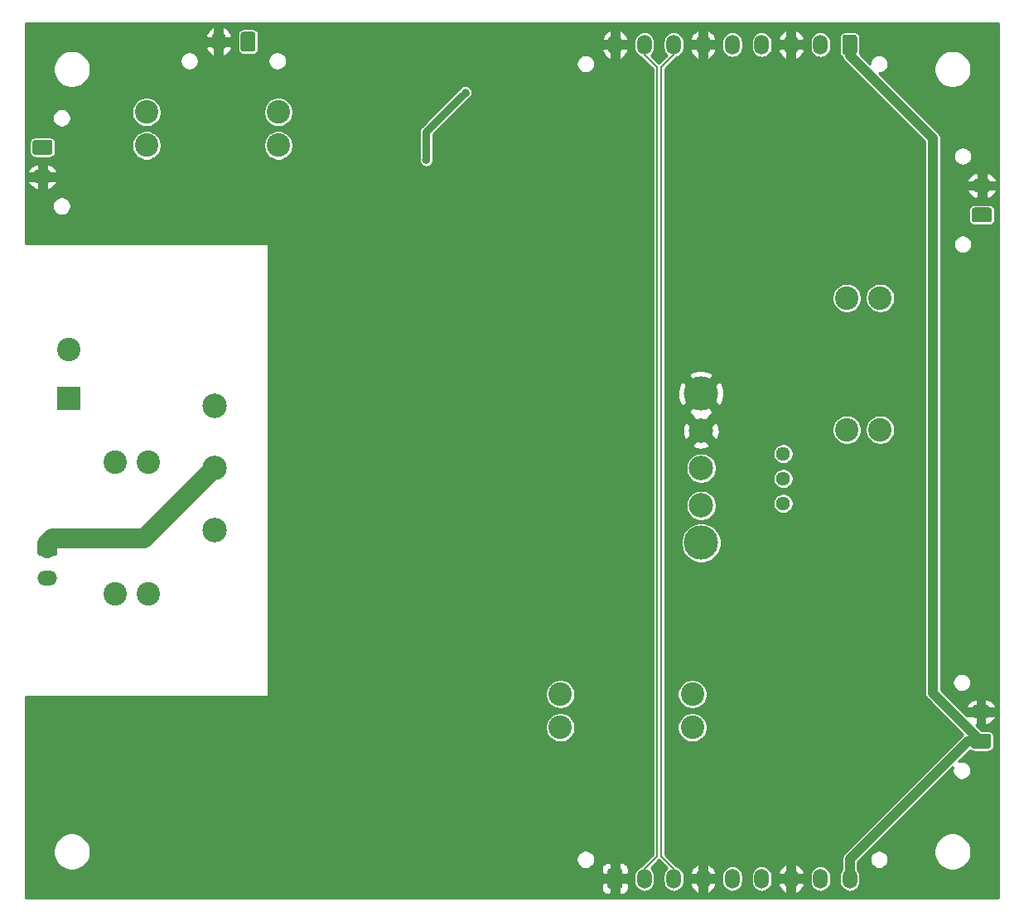
<source format=gbr>
G04 #@! TF.GenerationSoftware,KiCad,Pcbnew,(5.1.4)-1*
G04 #@! TF.CreationDate,2021-12-07T11:14:46-05:00*
G04 #@! TF.ProjectId,PowerBoard,506f7765-7242-46f6-9172-642e6b696361,rev?*
G04 #@! TF.SameCoordinates,Original*
G04 #@! TF.FileFunction,Copper,L2,Bot*
G04 #@! TF.FilePolarity,Positive*
%FSLAX46Y46*%
G04 Gerber Fmt 4.6, Leading zero omitted, Abs format (unit mm)*
G04 Created by KiCad (PCBNEW (5.1.4)-1) date 2021-12-07 11:14:46*
%MOMM*%
%LPD*%
G04 APERTURE LIST*
%ADD10C,2.400000*%
%ADD11R,2.400000X2.400000*%
%ADD12O,2.020000X1.500000*%
%ADD13C,0.100000*%
%ADD14C,1.500000*%
%ADD15C,3.500000*%
%ADD16C,2.500000*%
%ADD17C,1.440000*%
%ADD18O,1.500000X2.020000*%
%ADD19C,0.800000*%
%ADD20C,2.000000*%
%ADD21C,1.000000*%
%ADD22C,0.200000*%
%ADD23C,0.750000*%
%ADD24C,0.254000*%
G04 APERTURE END LIST*
D10*
X114930000Y-103900000D03*
X114930000Y-107300000D03*
X128400000Y-107300000D03*
X128400000Y-103900000D03*
X144200000Y-76870000D03*
X147600000Y-76870000D03*
X147600000Y-63400000D03*
X144200000Y-63400000D03*
X72630000Y-44400000D03*
X72630000Y-47800000D03*
X86100000Y-47800000D03*
X86100000Y-44400000D03*
X69400000Y-93670000D03*
X72800000Y-93670000D03*
X72800000Y-80200000D03*
X69400000Y-80200000D03*
X64700000Y-68700000D03*
D11*
X64700000Y-73700000D03*
D12*
X158000000Y-51900000D03*
D13*
G36*
X158784504Y-54151204D02*
G01*
X158808773Y-54154804D01*
X158832571Y-54160765D01*
X158855671Y-54169030D01*
X158877849Y-54179520D01*
X158898893Y-54192133D01*
X158918598Y-54206747D01*
X158936777Y-54223223D01*
X158953253Y-54241402D01*
X158967867Y-54261107D01*
X158980480Y-54282151D01*
X158990970Y-54304329D01*
X158999235Y-54327429D01*
X159005196Y-54351227D01*
X159008796Y-54375496D01*
X159010000Y-54400000D01*
X159010000Y-55400000D01*
X159008796Y-55424504D01*
X159005196Y-55448773D01*
X158999235Y-55472571D01*
X158990970Y-55495671D01*
X158980480Y-55517849D01*
X158967867Y-55538893D01*
X158953253Y-55558598D01*
X158936777Y-55576777D01*
X158918598Y-55593253D01*
X158898893Y-55607867D01*
X158877849Y-55620480D01*
X158855671Y-55630970D01*
X158832571Y-55639235D01*
X158808773Y-55645196D01*
X158784504Y-55648796D01*
X158760000Y-55650000D01*
X157240000Y-55650000D01*
X157215496Y-55648796D01*
X157191227Y-55645196D01*
X157167429Y-55639235D01*
X157144329Y-55630970D01*
X157122151Y-55620480D01*
X157101107Y-55607867D01*
X157081402Y-55593253D01*
X157063223Y-55576777D01*
X157046747Y-55558598D01*
X157032133Y-55538893D01*
X157019520Y-55517849D01*
X157009030Y-55495671D01*
X157000765Y-55472571D01*
X156994804Y-55448773D01*
X156991204Y-55424504D01*
X156990000Y-55400000D01*
X156990000Y-54400000D01*
X156991204Y-54375496D01*
X156994804Y-54351227D01*
X157000765Y-54327429D01*
X157009030Y-54304329D01*
X157019520Y-54282151D01*
X157032133Y-54261107D01*
X157046747Y-54241402D01*
X157063223Y-54223223D01*
X157081402Y-54206747D01*
X157101107Y-54192133D01*
X157122151Y-54179520D01*
X157144329Y-54169030D01*
X157167429Y-54160765D01*
X157191227Y-54154804D01*
X157215496Y-54151204D01*
X157240000Y-54150000D01*
X158760000Y-54150000D01*
X158784504Y-54151204D01*
X158784504Y-54151204D01*
G37*
D14*
X158000000Y-54900000D03*
D15*
X129300000Y-88420000D03*
D16*
X129300000Y-84610000D03*
X129300000Y-80800000D03*
X129300000Y-76990000D03*
D15*
X129300000Y-73180000D03*
D16*
X79600000Y-87150000D03*
X79600000Y-80800000D03*
X79600000Y-74450000D03*
D17*
X137700000Y-79320000D03*
X137700000Y-81860000D03*
X137700000Y-84400000D03*
D18*
X80000000Y-37200000D03*
D13*
G36*
X83524504Y-36191204D02*
G01*
X83548773Y-36194804D01*
X83572571Y-36200765D01*
X83595671Y-36209030D01*
X83617849Y-36219520D01*
X83638893Y-36232133D01*
X83658598Y-36246747D01*
X83676777Y-36263223D01*
X83693253Y-36281402D01*
X83707867Y-36301107D01*
X83720480Y-36322151D01*
X83730970Y-36344329D01*
X83739235Y-36367429D01*
X83745196Y-36391227D01*
X83748796Y-36415496D01*
X83750000Y-36440000D01*
X83750000Y-37960000D01*
X83748796Y-37984504D01*
X83745196Y-38008773D01*
X83739235Y-38032571D01*
X83730970Y-38055671D01*
X83720480Y-38077849D01*
X83707867Y-38098893D01*
X83693253Y-38118598D01*
X83676777Y-38136777D01*
X83658598Y-38153253D01*
X83638893Y-38167867D01*
X83617849Y-38180480D01*
X83595671Y-38190970D01*
X83572571Y-38199235D01*
X83548773Y-38205196D01*
X83524504Y-38208796D01*
X83500000Y-38210000D01*
X82500000Y-38210000D01*
X82475496Y-38208796D01*
X82451227Y-38205196D01*
X82427429Y-38199235D01*
X82404329Y-38190970D01*
X82382151Y-38180480D01*
X82361107Y-38167867D01*
X82341402Y-38153253D01*
X82323223Y-38136777D01*
X82306747Y-38118598D01*
X82292133Y-38098893D01*
X82279520Y-38077849D01*
X82269030Y-38055671D01*
X82260765Y-38032571D01*
X82254804Y-38008773D01*
X82251204Y-37984504D01*
X82250000Y-37960000D01*
X82250000Y-36440000D01*
X82251204Y-36415496D01*
X82254804Y-36391227D01*
X82260765Y-36367429D01*
X82269030Y-36344329D01*
X82279520Y-36322151D01*
X82292133Y-36301107D01*
X82306747Y-36281402D01*
X82323223Y-36263223D01*
X82341402Y-36246747D01*
X82361107Y-36232133D01*
X82382151Y-36219520D01*
X82404329Y-36209030D01*
X82427429Y-36200765D01*
X82451227Y-36194804D01*
X82475496Y-36191204D01*
X82500000Y-36190000D01*
X83500000Y-36190000D01*
X83524504Y-36191204D01*
X83524504Y-36191204D01*
G37*
D14*
X83000000Y-37200000D03*
D12*
X157900000Y-105700000D03*
D13*
G36*
X158684504Y-107951204D02*
G01*
X158708773Y-107954804D01*
X158732571Y-107960765D01*
X158755671Y-107969030D01*
X158777849Y-107979520D01*
X158798893Y-107992133D01*
X158818598Y-108006747D01*
X158836777Y-108023223D01*
X158853253Y-108041402D01*
X158867867Y-108061107D01*
X158880480Y-108082151D01*
X158890970Y-108104329D01*
X158899235Y-108127429D01*
X158905196Y-108151227D01*
X158908796Y-108175496D01*
X158910000Y-108200000D01*
X158910000Y-109200000D01*
X158908796Y-109224504D01*
X158905196Y-109248773D01*
X158899235Y-109272571D01*
X158890970Y-109295671D01*
X158880480Y-109317849D01*
X158867867Y-109338893D01*
X158853253Y-109358598D01*
X158836777Y-109376777D01*
X158818598Y-109393253D01*
X158798893Y-109407867D01*
X158777849Y-109420480D01*
X158755671Y-109430970D01*
X158732571Y-109439235D01*
X158708773Y-109445196D01*
X158684504Y-109448796D01*
X158660000Y-109450000D01*
X157140000Y-109450000D01*
X157115496Y-109448796D01*
X157091227Y-109445196D01*
X157067429Y-109439235D01*
X157044329Y-109430970D01*
X157022151Y-109420480D01*
X157001107Y-109407867D01*
X156981402Y-109393253D01*
X156963223Y-109376777D01*
X156946747Y-109358598D01*
X156932133Y-109338893D01*
X156919520Y-109317849D01*
X156909030Y-109295671D01*
X156900765Y-109272571D01*
X156894804Y-109248773D01*
X156891204Y-109224504D01*
X156890000Y-109200000D01*
X156890000Y-108200000D01*
X156891204Y-108175496D01*
X156894804Y-108151227D01*
X156900765Y-108127429D01*
X156909030Y-108104329D01*
X156919520Y-108082151D01*
X156932133Y-108061107D01*
X156946747Y-108041402D01*
X156963223Y-108023223D01*
X156981402Y-108006747D01*
X157001107Y-107992133D01*
X157022151Y-107979520D01*
X157044329Y-107969030D01*
X157067429Y-107960765D01*
X157091227Y-107954804D01*
X157115496Y-107951204D01*
X157140000Y-107950000D01*
X158660000Y-107950000D01*
X158684504Y-107951204D01*
X158684504Y-107951204D01*
G37*
D14*
X157900000Y-108700000D03*
D18*
X144500000Y-122750000D03*
X141500000Y-122750000D03*
X138500000Y-122750000D03*
X135500000Y-122750000D03*
X132500000Y-122750000D03*
X129500000Y-122750000D03*
X126500000Y-122750000D03*
X123500000Y-122750000D03*
D13*
G36*
X121024504Y-121741204D02*
G01*
X121048773Y-121744804D01*
X121072571Y-121750765D01*
X121095671Y-121759030D01*
X121117849Y-121769520D01*
X121138893Y-121782133D01*
X121158598Y-121796747D01*
X121176777Y-121813223D01*
X121193253Y-121831402D01*
X121207867Y-121851107D01*
X121220480Y-121872151D01*
X121230970Y-121894329D01*
X121239235Y-121917429D01*
X121245196Y-121941227D01*
X121248796Y-121965496D01*
X121250000Y-121990000D01*
X121250000Y-123510000D01*
X121248796Y-123534504D01*
X121245196Y-123558773D01*
X121239235Y-123582571D01*
X121230970Y-123605671D01*
X121220480Y-123627849D01*
X121207867Y-123648893D01*
X121193253Y-123668598D01*
X121176777Y-123686777D01*
X121158598Y-123703253D01*
X121138893Y-123717867D01*
X121117849Y-123730480D01*
X121095671Y-123740970D01*
X121072571Y-123749235D01*
X121048773Y-123755196D01*
X121024504Y-123758796D01*
X121000000Y-123760000D01*
X120000000Y-123760000D01*
X119975496Y-123758796D01*
X119951227Y-123755196D01*
X119927429Y-123749235D01*
X119904329Y-123740970D01*
X119882151Y-123730480D01*
X119861107Y-123717867D01*
X119841402Y-123703253D01*
X119823223Y-123686777D01*
X119806747Y-123668598D01*
X119792133Y-123648893D01*
X119779520Y-123627849D01*
X119769030Y-123605671D01*
X119760765Y-123582571D01*
X119754804Y-123558773D01*
X119751204Y-123534504D01*
X119750000Y-123510000D01*
X119750000Y-121990000D01*
X119751204Y-121965496D01*
X119754804Y-121941227D01*
X119760765Y-121917429D01*
X119769030Y-121894329D01*
X119779520Y-121872151D01*
X119792133Y-121851107D01*
X119806747Y-121831402D01*
X119823223Y-121813223D01*
X119841402Y-121796747D01*
X119861107Y-121782133D01*
X119882151Y-121769520D01*
X119904329Y-121759030D01*
X119927429Y-121750765D01*
X119951227Y-121744804D01*
X119975496Y-121741204D01*
X120000000Y-121740000D01*
X121000000Y-121740000D01*
X121024504Y-121741204D01*
X121024504Y-121741204D01*
G37*
D14*
X120500000Y-122750000D03*
D18*
X120500000Y-37500000D03*
X123500000Y-37500000D03*
X126500000Y-37500000D03*
X129500000Y-37500000D03*
X132500000Y-37500000D03*
X135500000Y-37500000D03*
X138500000Y-37500000D03*
X141500000Y-37500000D03*
D13*
G36*
X145024504Y-36491204D02*
G01*
X145048773Y-36494804D01*
X145072571Y-36500765D01*
X145095671Y-36509030D01*
X145117849Y-36519520D01*
X145138893Y-36532133D01*
X145158598Y-36546747D01*
X145176777Y-36563223D01*
X145193253Y-36581402D01*
X145207867Y-36601107D01*
X145220480Y-36622151D01*
X145230970Y-36644329D01*
X145239235Y-36667429D01*
X145245196Y-36691227D01*
X145248796Y-36715496D01*
X145250000Y-36740000D01*
X145250000Y-38260000D01*
X145248796Y-38284504D01*
X145245196Y-38308773D01*
X145239235Y-38332571D01*
X145230970Y-38355671D01*
X145220480Y-38377849D01*
X145207867Y-38398893D01*
X145193253Y-38418598D01*
X145176777Y-38436777D01*
X145158598Y-38453253D01*
X145138893Y-38467867D01*
X145117849Y-38480480D01*
X145095671Y-38490970D01*
X145072571Y-38499235D01*
X145048773Y-38505196D01*
X145024504Y-38508796D01*
X145000000Y-38510000D01*
X144000000Y-38510000D01*
X143975496Y-38508796D01*
X143951227Y-38505196D01*
X143927429Y-38499235D01*
X143904329Y-38490970D01*
X143882151Y-38480480D01*
X143861107Y-38467867D01*
X143841402Y-38453253D01*
X143823223Y-38436777D01*
X143806747Y-38418598D01*
X143792133Y-38398893D01*
X143779520Y-38377849D01*
X143769030Y-38355671D01*
X143760765Y-38332571D01*
X143754804Y-38308773D01*
X143751204Y-38284504D01*
X143750000Y-38260000D01*
X143750000Y-36740000D01*
X143751204Y-36715496D01*
X143754804Y-36691227D01*
X143760765Y-36667429D01*
X143769030Y-36644329D01*
X143779520Y-36622151D01*
X143792133Y-36601107D01*
X143806747Y-36581402D01*
X143823223Y-36563223D01*
X143841402Y-36546747D01*
X143861107Y-36532133D01*
X143882151Y-36519520D01*
X143904329Y-36509030D01*
X143927429Y-36500765D01*
X143951227Y-36494804D01*
X143975496Y-36491204D01*
X144000000Y-36490000D01*
X145000000Y-36490000D01*
X145024504Y-36491204D01*
X145024504Y-36491204D01*
G37*
D14*
X144500000Y-37500000D03*
D12*
X62000000Y-51000000D03*
D13*
G36*
X62784504Y-47251204D02*
G01*
X62808773Y-47254804D01*
X62832571Y-47260765D01*
X62855671Y-47269030D01*
X62877849Y-47279520D01*
X62898893Y-47292133D01*
X62918598Y-47306747D01*
X62936777Y-47323223D01*
X62953253Y-47341402D01*
X62967867Y-47361107D01*
X62980480Y-47382151D01*
X62990970Y-47404329D01*
X62999235Y-47427429D01*
X63005196Y-47451227D01*
X63008796Y-47475496D01*
X63010000Y-47500000D01*
X63010000Y-48500000D01*
X63008796Y-48524504D01*
X63005196Y-48548773D01*
X62999235Y-48572571D01*
X62990970Y-48595671D01*
X62980480Y-48617849D01*
X62967867Y-48638893D01*
X62953253Y-48658598D01*
X62936777Y-48676777D01*
X62918598Y-48693253D01*
X62898893Y-48707867D01*
X62877849Y-48720480D01*
X62855671Y-48730970D01*
X62832571Y-48739235D01*
X62808773Y-48745196D01*
X62784504Y-48748796D01*
X62760000Y-48750000D01*
X61240000Y-48750000D01*
X61215496Y-48748796D01*
X61191227Y-48745196D01*
X61167429Y-48739235D01*
X61144329Y-48730970D01*
X61122151Y-48720480D01*
X61101107Y-48707867D01*
X61081402Y-48693253D01*
X61063223Y-48676777D01*
X61046747Y-48658598D01*
X61032133Y-48638893D01*
X61019520Y-48617849D01*
X61009030Y-48595671D01*
X61000765Y-48572571D01*
X60994804Y-48548773D01*
X60991204Y-48524504D01*
X60990000Y-48500000D01*
X60990000Y-47500000D01*
X60991204Y-47475496D01*
X60994804Y-47451227D01*
X61000765Y-47427429D01*
X61009030Y-47404329D01*
X61019520Y-47382151D01*
X61032133Y-47361107D01*
X61046747Y-47341402D01*
X61063223Y-47323223D01*
X61081402Y-47306747D01*
X61101107Y-47292133D01*
X61122151Y-47279520D01*
X61144329Y-47269030D01*
X61167429Y-47260765D01*
X61191227Y-47254804D01*
X61215496Y-47251204D01*
X61240000Y-47250000D01*
X62760000Y-47250000D01*
X62784504Y-47251204D01*
X62784504Y-47251204D01*
G37*
D14*
X62000000Y-48000000D03*
D12*
X62500000Y-92000000D03*
D13*
G36*
X63284504Y-88251204D02*
G01*
X63308773Y-88254804D01*
X63332571Y-88260765D01*
X63355671Y-88269030D01*
X63377849Y-88279520D01*
X63398893Y-88292133D01*
X63418598Y-88306747D01*
X63436777Y-88323223D01*
X63453253Y-88341402D01*
X63467867Y-88361107D01*
X63480480Y-88382151D01*
X63490970Y-88404329D01*
X63499235Y-88427429D01*
X63505196Y-88451227D01*
X63508796Y-88475496D01*
X63510000Y-88500000D01*
X63510000Y-89500000D01*
X63508796Y-89524504D01*
X63505196Y-89548773D01*
X63499235Y-89572571D01*
X63490970Y-89595671D01*
X63480480Y-89617849D01*
X63467867Y-89638893D01*
X63453253Y-89658598D01*
X63436777Y-89676777D01*
X63418598Y-89693253D01*
X63398893Y-89707867D01*
X63377849Y-89720480D01*
X63355671Y-89730970D01*
X63332571Y-89739235D01*
X63308773Y-89745196D01*
X63284504Y-89748796D01*
X63260000Y-89750000D01*
X61740000Y-89750000D01*
X61715496Y-89748796D01*
X61691227Y-89745196D01*
X61667429Y-89739235D01*
X61644329Y-89730970D01*
X61622151Y-89720480D01*
X61601107Y-89707867D01*
X61581402Y-89693253D01*
X61563223Y-89676777D01*
X61546747Y-89658598D01*
X61532133Y-89638893D01*
X61519520Y-89617849D01*
X61509030Y-89595671D01*
X61500765Y-89572571D01*
X61494804Y-89548773D01*
X61491204Y-89524504D01*
X61490000Y-89500000D01*
X61490000Y-88500000D01*
X61491204Y-88475496D01*
X61494804Y-88451227D01*
X61500765Y-88427429D01*
X61509030Y-88404329D01*
X61519520Y-88382151D01*
X61532133Y-88361107D01*
X61546747Y-88341402D01*
X61563223Y-88323223D01*
X61581402Y-88306747D01*
X61601107Y-88292133D01*
X61622151Y-88279520D01*
X61644329Y-88269030D01*
X61667429Y-88260765D01*
X61691227Y-88254804D01*
X61715496Y-88251204D01*
X61740000Y-88250000D01*
X63260000Y-88250000D01*
X63284504Y-88251204D01*
X63284504Y-88251204D01*
G37*
D14*
X62500000Y-89000000D03*
D19*
X111950000Y-41900000D03*
X117700000Y-56950000D03*
X101200000Y-49280000D03*
X105200000Y-42400000D03*
D20*
X72400000Y-88000000D02*
X79600000Y-80800000D01*
X63000000Y-88000000D02*
X72400000Y-88000000D01*
X62500000Y-89000000D02*
X62500000Y-88500000D01*
X62500000Y-88500000D02*
X63000000Y-88000000D01*
D21*
X156790000Y-108700000D02*
X157900000Y-108700000D01*
X156540000Y-108700000D02*
X156790000Y-108700000D01*
X144500000Y-120740000D02*
X156540000Y-108700000D01*
X144500000Y-122750000D02*
X144500000Y-120740000D01*
X157900000Y-108700000D02*
X153200000Y-104000000D01*
X153000000Y-103800000D02*
X157900000Y-108700000D01*
X153000000Y-47110000D02*
X153000000Y-103800000D01*
X144500000Y-37500000D02*
X144500000Y-38610000D01*
X144500000Y-38610000D02*
X153000000Y-47110000D01*
D22*
X123500000Y-121740000D02*
X123500000Y-122750000D01*
X124775000Y-120465000D02*
X123500000Y-121740000D01*
X123500000Y-38510000D02*
X124775000Y-39785000D01*
X124775000Y-39785000D02*
X124775000Y-120465000D01*
X123500000Y-37500000D02*
X123500000Y-38510000D01*
X126500000Y-37500000D02*
X126500000Y-38510000D01*
X126500000Y-38510000D02*
X125225000Y-39785000D01*
X125225000Y-39785000D02*
X125225000Y-120465000D01*
X125225000Y-120465000D02*
X126500000Y-121740000D01*
X126500000Y-121740000D02*
X126500000Y-122750000D01*
D23*
X101200000Y-49280000D02*
X101200000Y-46400000D01*
X104800001Y-42799999D02*
X105200000Y-42400000D01*
X101200000Y-46400000D02*
X104800001Y-42799999D01*
D24*
G36*
X159721001Y-124721000D02*
G01*
X60279000Y-124721000D01*
X60279000Y-123760000D01*
X119111928Y-123760000D01*
X119124188Y-123884482D01*
X119160498Y-124004180D01*
X119219463Y-124114494D01*
X119298815Y-124211185D01*
X119395506Y-124290537D01*
X119505820Y-124349502D01*
X119625518Y-124385812D01*
X119750000Y-124398072D01*
X119968250Y-124395000D01*
X120127000Y-124236250D01*
X120127000Y-123123000D01*
X120873000Y-123123000D01*
X120873000Y-124236250D01*
X121031750Y-124395000D01*
X121250000Y-124398072D01*
X121374482Y-124385812D01*
X121494180Y-124349502D01*
X121604494Y-124290537D01*
X121701185Y-124211185D01*
X121780537Y-124114494D01*
X121839502Y-124004180D01*
X121875812Y-123884482D01*
X121888072Y-123760000D01*
X121885000Y-123281750D01*
X121726250Y-123123000D01*
X120873000Y-123123000D01*
X120127000Y-123123000D01*
X119273750Y-123123000D01*
X119115000Y-123281750D01*
X119111928Y-123760000D01*
X60279000Y-123760000D01*
X60279000Y-119810207D01*
X63073000Y-119810207D01*
X63073000Y-120189793D01*
X63147053Y-120562085D01*
X63292315Y-120912777D01*
X63503201Y-121228391D01*
X63771609Y-121496799D01*
X64087223Y-121707685D01*
X64437915Y-121852947D01*
X64810207Y-121927000D01*
X65189793Y-121927000D01*
X65562085Y-121852947D01*
X65912777Y-121707685D01*
X66228391Y-121496799D01*
X66496799Y-121228391D01*
X66707685Y-120912777D01*
X66797787Y-120695251D01*
X116538000Y-120695251D01*
X116538000Y-120884749D01*
X116574969Y-121070605D01*
X116647486Y-121245678D01*
X116752766Y-121403239D01*
X116886761Y-121537234D01*
X117044322Y-121642514D01*
X117219395Y-121715031D01*
X117405251Y-121752000D01*
X117594749Y-121752000D01*
X117655077Y-121740000D01*
X119111928Y-121740000D01*
X119115000Y-122218250D01*
X119273750Y-122377000D01*
X120127000Y-122377000D01*
X120127000Y-121263750D01*
X120873000Y-121263750D01*
X120873000Y-122377000D01*
X121726250Y-122377000D01*
X121885000Y-122218250D01*
X121888072Y-121740000D01*
X121875812Y-121615518D01*
X121839502Y-121495820D01*
X121780537Y-121385506D01*
X121701185Y-121288815D01*
X121604494Y-121209463D01*
X121494180Y-121150498D01*
X121374482Y-121114188D01*
X121250000Y-121101928D01*
X121031750Y-121105000D01*
X120873000Y-121263750D01*
X120127000Y-121263750D01*
X119968250Y-121105000D01*
X119750000Y-121101928D01*
X119625518Y-121114188D01*
X119505820Y-121150498D01*
X119395506Y-121209463D01*
X119298815Y-121288815D01*
X119219463Y-121385506D01*
X119160498Y-121495820D01*
X119124188Y-121615518D01*
X119111928Y-121740000D01*
X117655077Y-121740000D01*
X117780605Y-121715031D01*
X117955678Y-121642514D01*
X118113239Y-121537234D01*
X118247234Y-121403239D01*
X118352514Y-121245678D01*
X118425031Y-121070605D01*
X118462000Y-120884749D01*
X118462000Y-120695251D01*
X118425031Y-120509395D01*
X118352514Y-120334322D01*
X118247234Y-120176761D01*
X118113239Y-120042766D01*
X117955678Y-119937486D01*
X117780605Y-119864969D01*
X117594749Y-119828000D01*
X117405251Y-119828000D01*
X117219395Y-119864969D01*
X117044322Y-119937486D01*
X116886761Y-120042766D01*
X116752766Y-120176761D01*
X116647486Y-120334322D01*
X116574969Y-120509395D01*
X116538000Y-120695251D01*
X66797787Y-120695251D01*
X66852947Y-120562085D01*
X66927000Y-120189793D01*
X66927000Y-119810207D01*
X66852947Y-119437915D01*
X66707685Y-119087223D01*
X66496799Y-118771609D01*
X66228391Y-118503201D01*
X65912777Y-118292315D01*
X65562085Y-118147053D01*
X65189793Y-118073000D01*
X64810207Y-118073000D01*
X64437915Y-118147053D01*
X64087223Y-118292315D01*
X63771609Y-118503201D01*
X63503201Y-118771609D01*
X63292315Y-119087223D01*
X63147053Y-119437915D01*
X63073000Y-119810207D01*
X60279000Y-119810207D01*
X60279000Y-107149604D01*
X113403000Y-107149604D01*
X113403000Y-107450396D01*
X113461681Y-107745410D01*
X113576790Y-108023306D01*
X113743901Y-108273406D01*
X113956594Y-108486099D01*
X114206694Y-108653210D01*
X114484590Y-108768319D01*
X114779604Y-108827000D01*
X115080396Y-108827000D01*
X115375410Y-108768319D01*
X115653306Y-108653210D01*
X115903406Y-108486099D01*
X116116099Y-108273406D01*
X116283210Y-108023306D01*
X116398319Y-107745410D01*
X116457000Y-107450396D01*
X116457000Y-107149604D01*
X116398319Y-106854590D01*
X116283210Y-106576694D01*
X116116099Y-106326594D01*
X115903406Y-106113901D01*
X115653306Y-105946790D01*
X115375410Y-105831681D01*
X115080396Y-105773000D01*
X114779604Y-105773000D01*
X114484590Y-105831681D01*
X114206694Y-105946790D01*
X113956594Y-106113901D01*
X113743901Y-106326594D01*
X113576790Y-106576694D01*
X113461681Y-106854590D01*
X113403000Y-107149604D01*
X60279000Y-107149604D01*
X60279000Y-104127000D01*
X85000000Y-104127000D01*
X85024776Y-104124560D01*
X85048601Y-104117333D01*
X85070557Y-104105597D01*
X85089803Y-104089803D01*
X85105597Y-104070557D01*
X85117333Y-104048601D01*
X85124560Y-104024776D01*
X85127000Y-104000000D01*
X85127000Y-103749604D01*
X113403000Y-103749604D01*
X113403000Y-104050396D01*
X113461681Y-104345410D01*
X113576790Y-104623306D01*
X113743901Y-104873406D01*
X113956594Y-105086099D01*
X114206694Y-105253210D01*
X114484590Y-105368319D01*
X114779604Y-105427000D01*
X115080396Y-105427000D01*
X115375410Y-105368319D01*
X115653306Y-105253210D01*
X115903406Y-105086099D01*
X116116099Y-104873406D01*
X116283210Y-104623306D01*
X116398319Y-104345410D01*
X116457000Y-104050396D01*
X116457000Y-103749604D01*
X116398319Y-103454590D01*
X116283210Y-103176694D01*
X116116099Y-102926594D01*
X115903406Y-102713901D01*
X115653306Y-102546790D01*
X115375410Y-102431681D01*
X115080396Y-102373000D01*
X114779604Y-102373000D01*
X114484590Y-102431681D01*
X114206694Y-102546790D01*
X113956594Y-102713901D01*
X113743901Y-102926594D01*
X113576790Y-103176694D01*
X113461681Y-103454590D01*
X113403000Y-103749604D01*
X85127000Y-103749604D01*
X85127000Y-58000000D01*
X85124560Y-57975224D01*
X85117333Y-57951399D01*
X85105597Y-57929443D01*
X85089803Y-57910197D01*
X85070557Y-57894403D01*
X85048601Y-57882667D01*
X85024776Y-57875440D01*
X85000000Y-57873000D01*
X60279000Y-57873000D01*
X60279000Y-53905251D01*
X62998000Y-53905251D01*
X62998000Y-54094749D01*
X63034969Y-54280605D01*
X63107486Y-54455678D01*
X63212766Y-54613239D01*
X63346761Y-54747234D01*
X63504322Y-54852514D01*
X63679395Y-54925031D01*
X63865251Y-54962000D01*
X64054749Y-54962000D01*
X64240605Y-54925031D01*
X64415678Y-54852514D01*
X64573239Y-54747234D01*
X64707234Y-54613239D01*
X64812514Y-54455678D01*
X64885031Y-54280605D01*
X64922000Y-54094749D01*
X64922000Y-53905251D01*
X64885031Y-53719395D01*
X64812514Y-53544322D01*
X64707234Y-53386761D01*
X64573239Y-53252766D01*
X64415678Y-53147486D01*
X64240605Y-53074969D01*
X64054749Y-53038000D01*
X63865251Y-53038000D01*
X63679395Y-53074969D01*
X63504322Y-53147486D01*
X63346761Y-53252766D01*
X63212766Y-53386761D01*
X63107486Y-53544322D01*
X63034969Y-53719395D01*
X62998000Y-53905251D01*
X60279000Y-53905251D01*
X60279000Y-51577064D01*
X60480944Y-51577064D01*
X60565466Y-51713674D01*
X60727265Y-51929101D01*
X60927983Y-52108823D01*
X61159906Y-52245934D01*
X61414122Y-52335164D01*
X61627000Y-52210954D01*
X61627000Y-51373000D01*
X62373000Y-51373000D01*
X62373000Y-52210954D01*
X62585878Y-52335164D01*
X62840094Y-52245934D01*
X63072017Y-52108823D01*
X63272735Y-51929101D01*
X63434534Y-51713674D01*
X63519056Y-51577064D01*
X63428144Y-51373000D01*
X62373000Y-51373000D01*
X61627000Y-51373000D01*
X60571856Y-51373000D01*
X60480944Y-51577064D01*
X60279000Y-51577064D01*
X60279000Y-50422936D01*
X60480944Y-50422936D01*
X60571856Y-50627000D01*
X61627000Y-50627000D01*
X61627000Y-49789046D01*
X62373000Y-49789046D01*
X62373000Y-50627000D01*
X63428144Y-50627000D01*
X63519056Y-50422936D01*
X63434534Y-50286326D01*
X63272735Y-50070899D01*
X63072017Y-49891177D01*
X62840094Y-49754066D01*
X62585878Y-49664836D01*
X62373000Y-49789046D01*
X61627000Y-49789046D01*
X61414122Y-49664836D01*
X61159906Y-49754066D01*
X60927983Y-49891177D01*
X60727265Y-50070899D01*
X60565466Y-50286326D01*
X60480944Y-50422936D01*
X60279000Y-50422936D01*
X60279000Y-47500000D01*
X60661418Y-47500000D01*
X60661418Y-48500000D01*
X60672535Y-48612876D01*
X60705460Y-48721414D01*
X60758927Y-48821443D01*
X60830881Y-48909119D01*
X60918557Y-48981073D01*
X61018586Y-49034540D01*
X61127124Y-49067465D01*
X61240000Y-49078582D01*
X62760000Y-49078582D01*
X62872876Y-49067465D01*
X62981414Y-49034540D01*
X63081443Y-48981073D01*
X63169119Y-48909119D01*
X63241073Y-48821443D01*
X63294540Y-48721414D01*
X63327465Y-48612876D01*
X63338582Y-48500000D01*
X63338582Y-47649604D01*
X71103000Y-47649604D01*
X71103000Y-47950396D01*
X71161681Y-48245410D01*
X71276790Y-48523306D01*
X71443901Y-48773406D01*
X71656594Y-48986099D01*
X71906694Y-49153210D01*
X72184590Y-49268319D01*
X72479604Y-49327000D01*
X72780396Y-49327000D01*
X73075410Y-49268319D01*
X73353306Y-49153210D01*
X73603406Y-48986099D01*
X73816099Y-48773406D01*
X73983210Y-48523306D01*
X74098319Y-48245410D01*
X74157000Y-47950396D01*
X74157000Y-47649604D01*
X84573000Y-47649604D01*
X84573000Y-47950396D01*
X84631681Y-48245410D01*
X84746790Y-48523306D01*
X84913901Y-48773406D01*
X85126594Y-48986099D01*
X85376694Y-49153210D01*
X85654590Y-49268319D01*
X85949604Y-49327000D01*
X86250396Y-49327000D01*
X86545410Y-49268319D01*
X86690073Y-49208397D01*
X100473000Y-49208397D01*
X100473000Y-49351603D01*
X100500938Y-49492058D01*
X100555741Y-49624364D01*
X100635302Y-49743436D01*
X100736564Y-49844698D01*
X100855636Y-49924259D01*
X100987942Y-49979062D01*
X101128397Y-50007000D01*
X101271603Y-50007000D01*
X101412058Y-49979062D01*
X101544364Y-49924259D01*
X101663436Y-49844698D01*
X101764698Y-49743436D01*
X101844259Y-49624364D01*
X101899062Y-49492058D01*
X101927000Y-49351603D01*
X101927000Y-49208397D01*
X101902000Y-49082712D01*
X101902000Y-46690777D01*
X105320770Y-43272008D01*
X105320775Y-43272002D01*
X105556881Y-43035896D01*
X105663436Y-42964698D01*
X105764698Y-42863436D01*
X105844259Y-42744364D01*
X105899062Y-42612058D01*
X105927000Y-42471603D01*
X105927000Y-42328397D01*
X105899062Y-42187942D01*
X105844259Y-42055636D01*
X105764698Y-41936564D01*
X105663436Y-41835302D01*
X105544364Y-41755741D01*
X105412058Y-41700938D01*
X105271603Y-41673000D01*
X105128397Y-41673000D01*
X104987942Y-41700938D01*
X104855636Y-41755741D01*
X104736564Y-41835302D01*
X104635302Y-41936564D01*
X104564104Y-42043119D01*
X104327998Y-42279225D01*
X104327992Y-42279230D01*
X100727990Y-45879233D01*
X100701211Y-45901210D01*
X100679234Y-45927989D01*
X100679230Y-45927993D01*
X100613486Y-46008103D01*
X100548300Y-46130057D01*
X100508159Y-46262384D01*
X100506523Y-46278999D01*
X100494605Y-46400000D01*
X100498001Y-46434480D01*
X100498000Y-49082712D01*
X100473000Y-49208397D01*
X86690073Y-49208397D01*
X86823306Y-49153210D01*
X87073406Y-48986099D01*
X87286099Y-48773406D01*
X87453210Y-48523306D01*
X87568319Y-48245410D01*
X87627000Y-47950396D01*
X87627000Y-47649604D01*
X87568319Y-47354590D01*
X87453210Y-47076694D01*
X87286099Y-46826594D01*
X87073406Y-46613901D01*
X86823306Y-46446790D01*
X86545410Y-46331681D01*
X86250396Y-46273000D01*
X85949604Y-46273000D01*
X85654590Y-46331681D01*
X85376694Y-46446790D01*
X85126594Y-46613901D01*
X84913901Y-46826594D01*
X84746790Y-47076694D01*
X84631681Y-47354590D01*
X84573000Y-47649604D01*
X74157000Y-47649604D01*
X74098319Y-47354590D01*
X73983210Y-47076694D01*
X73816099Y-46826594D01*
X73603406Y-46613901D01*
X73353306Y-46446790D01*
X73075410Y-46331681D01*
X72780396Y-46273000D01*
X72479604Y-46273000D01*
X72184590Y-46331681D01*
X71906694Y-46446790D01*
X71656594Y-46613901D01*
X71443901Y-46826594D01*
X71276790Y-47076694D01*
X71161681Y-47354590D01*
X71103000Y-47649604D01*
X63338582Y-47649604D01*
X63338582Y-47500000D01*
X63327465Y-47387124D01*
X63294540Y-47278586D01*
X63241073Y-47178557D01*
X63169119Y-47090881D01*
X63081443Y-47018927D01*
X62981414Y-46965460D01*
X62872876Y-46932535D01*
X62760000Y-46921418D01*
X61240000Y-46921418D01*
X61127124Y-46932535D01*
X61018586Y-46965460D01*
X60918557Y-47018927D01*
X60830881Y-47090881D01*
X60758927Y-47178557D01*
X60705460Y-47278586D01*
X60672535Y-47387124D01*
X60661418Y-47500000D01*
X60279000Y-47500000D01*
X60279000Y-44905251D01*
X62998000Y-44905251D01*
X62998000Y-45094749D01*
X63034969Y-45280605D01*
X63107486Y-45455678D01*
X63212766Y-45613239D01*
X63346761Y-45747234D01*
X63504322Y-45852514D01*
X63679395Y-45925031D01*
X63865251Y-45962000D01*
X64054749Y-45962000D01*
X64240605Y-45925031D01*
X64415678Y-45852514D01*
X64573239Y-45747234D01*
X64707234Y-45613239D01*
X64812514Y-45455678D01*
X64885031Y-45280605D01*
X64922000Y-45094749D01*
X64922000Y-44905251D01*
X64885031Y-44719395D01*
X64812514Y-44544322D01*
X64707234Y-44386761D01*
X64573239Y-44252766D01*
X64568507Y-44249604D01*
X71103000Y-44249604D01*
X71103000Y-44550396D01*
X71161681Y-44845410D01*
X71276790Y-45123306D01*
X71443901Y-45373406D01*
X71656594Y-45586099D01*
X71906694Y-45753210D01*
X72184590Y-45868319D01*
X72479604Y-45927000D01*
X72780396Y-45927000D01*
X73075410Y-45868319D01*
X73353306Y-45753210D01*
X73603406Y-45586099D01*
X73816099Y-45373406D01*
X73983210Y-45123306D01*
X74098319Y-44845410D01*
X74157000Y-44550396D01*
X74157000Y-44249604D01*
X84573000Y-44249604D01*
X84573000Y-44550396D01*
X84631681Y-44845410D01*
X84746790Y-45123306D01*
X84913901Y-45373406D01*
X85126594Y-45586099D01*
X85376694Y-45753210D01*
X85654590Y-45868319D01*
X85949604Y-45927000D01*
X86250396Y-45927000D01*
X86545410Y-45868319D01*
X86823306Y-45753210D01*
X87073406Y-45586099D01*
X87286099Y-45373406D01*
X87453210Y-45123306D01*
X87568319Y-44845410D01*
X87627000Y-44550396D01*
X87627000Y-44249604D01*
X87568319Y-43954590D01*
X87453210Y-43676694D01*
X87286099Y-43426594D01*
X87073406Y-43213901D01*
X86823306Y-43046790D01*
X86545410Y-42931681D01*
X86250396Y-42873000D01*
X85949604Y-42873000D01*
X85654590Y-42931681D01*
X85376694Y-43046790D01*
X85126594Y-43213901D01*
X84913901Y-43426594D01*
X84746790Y-43676694D01*
X84631681Y-43954590D01*
X84573000Y-44249604D01*
X74157000Y-44249604D01*
X74098319Y-43954590D01*
X73983210Y-43676694D01*
X73816099Y-43426594D01*
X73603406Y-43213901D01*
X73353306Y-43046790D01*
X73075410Y-42931681D01*
X72780396Y-42873000D01*
X72479604Y-42873000D01*
X72184590Y-42931681D01*
X71906694Y-43046790D01*
X71656594Y-43213901D01*
X71443901Y-43426594D01*
X71276790Y-43676694D01*
X71161681Y-43954590D01*
X71103000Y-44249604D01*
X64568507Y-44249604D01*
X64415678Y-44147486D01*
X64240605Y-44074969D01*
X64054749Y-44038000D01*
X63865251Y-44038000D01*
X63679395Y-44074969D01*
X63504322Y-44147486D01*
X63346761Y-44252766D01*
X63212766Y-44386761D01*
X63107486Y-44544322D01*
X63034969Y-44719395D01*
X62998000Y-44905251D01*
X60279000Y-44905251D01*
X60279000Y-39810207D01*
X63073000Y-39810207D01*
X63073000Y-40189793D01*
X63147053Y-40562085D01*
X63292315Y-40912777D01*
X63503201Y-41228391D01*
X63771609Y-41496799D01*
X64087223Y-41707685D01*
X64437915Y-41852947D01*
X64810207Y-41927000D01*
X65189793Y-41927000D01*
X65562085Y-41852947D01*
X65912777Y-41707685D01*
X66228391Y-41496799D01*
X66496799Y-41228391D01*
X66707685Y-40912777D01*
X66852947Y-40562085D01*
X66927000Y-40189793D01*
X66927000Y-39810207D01*
X66852947Y-39437915D01*
X66707685Y-39087223D01*
X66693004Y-39065251D01*
X76038000Y-39065251D01*
X76038000Y-39254749D01*
X76074969Y-39440605D01*
X76147486Y-39615678D01*
X76252766Y-39773239D01*
X76386761Y-39907234D01*
X76544322Y-40012514D01*
X76719395Y-40085031D01*
X76905251Y-40122000D01*
X77094749Y-40122000D01*
X77280605Y-40085031D01*
X77455678Y-40012514D01*
X77613239Y-39907234D01*
X77747234Y-39773239D01*
X77852514Y-39615678D01*
X77925031Y-39440605D01*
X77962000Y-39254749D01*
X77962000Y-39065251D01*
X85038000Y-39065251D01*
X85038000Y-39254749D01*
X85074969Y-39440605D01*
X85147486Y-39615678D01*
X85252766Y-39773239D01*
X85386761Y-39907234D01*
X85544322Y-40012514D01*
X85719395Y-40085031D01*
X85905251Y-40122000D01*
X86094749Y-40122000D01*
X86280605Y-40085031D01*
X86455678Y-40012514D01*
X86613239Y-39907234D01*
X86747234Y-39773239D01*
X86852514Y-39615678D01*
X86925031Y-39440605D01*
X86940019Y-39365251D01*
X116538000Y-39365251D01*
X116538000Y-39554749D01*
X116574969Y-39740605D01*
X116647486Y-39915678D01*
X116752766Y-40073239D01*
X116886761Y-40207234D01*
X117044322Y-40312514D01*
X117219395Y-40385031D01*
X117405251Y-40422000D01*
X117594749Y-40422000D01*
X117780605Y-40385031D01*
X117955678Y-40312514D01*
X118113239Y-40207234D01*
X118247234Y-40073239D01*
X118352514Y-39915678D01*
X118425031Y-39740605D01*
X118462000Y-39554749D01*
X118462000Y-39365251D01*
X118425031Y-39179395D01*
X118352514Y-39004322D01*
X118247234Y-38846761D01*
X118113239Y-38712766D01*
X117955678Y-38607486D01*
X117780605Y-38534969D01*
X117594749Y-38498000D01*
X117405251Y-38498000D01*
X117219395Y-38534969D01*
X117044322Y-38607486D01*
X116886761Y-38712766D01*
X116752766Y-38846761D01*
X116647486Y-39004322D01*
X116574969Y-39179395D01*
X116538000Y-39365251D01*
X86940019Y-39365251D01*
X86962000Y-39254749D01*
X86962000Y-39065251D01*
X86925031Y-38879395D01*
X86852514Y-38704322D01*
X86747234Y-38546761D01*
X86613239Y-38412766D01*
X86455678Y-38307486D01*
X86280605Y-38234969D01*
X86094749Y-38198000D01*
X85905251Y-38198000D01*
X85719395Y-38234969D01*
X85544322Y-38307486D01*
X85386761Y-38412766D01*
X85252766Y-38546761D01*
X85147486Y-38704322D01*
X85074969Y-38879395D01*
X85038000Y-39065251D01*
X77962000Y-39065251D01*
X77925031Y-38879395D01*
X77852514Y-38704322D01*
X77747234Y-38546761D01*
X77613239Y-38412766D01*
X77455678Y-38307486D01*
X77280605Y-38234969D01*
X77094749Y-38198000D01*
X76905251Y-38198000D01*
X76719395Y-38234969D01*
X76544322Y-38307486D01*
X76386761Y-38412766D01*
X76252766Y-38546761D01*
X76147486Y-38704322D01*
X76074969Y-38879395D01*
X76038000Y-39065251D01*
X66693004Y-39065251D01*
X66496799Y-38771609D01*
X66228391Y-38503201D01*
X65912777Y-38292315D01*
X65562085Y-38147053D01*
X65189793Y-38073000D01*
X64810207Y-38073000D01*
X64437915Y-38147053D01*
X64087223Y-38292315D01*
X63771609Y-38503201D01*
X63503201Y-38771609D01*
X63292315Y-39087223D01*
X63147053Y-39437915D01*
X63073000Y-39810207D01*
X60279000Y-39810207D01*
X60279000Y-37785878D01*
X78664836Y-37785878D01*
X78754066Y-38040094D01*
X78891177Y-38272017D01*
X79070899Y-38472735D01*
X79286326Y-38634534D01*
X79422936Y-38719056D01*
X79627000Y-38628144D01*
X79627000Y-37573000D01*
X80373000Y-37573000D01*
X80373000Y-38628144D01*
X80577064Y-38719056D01*
X80713674Y-38634534D01*
X80929101Y-38472735D01*
X81108823Y-38272017D01*
X81245934Y-38040094D01*
X81335164Y-37785878D01*
X81210954Y-37573000D01*
X80373000Y-37573000D01*
X79627000Y-37573000D01*
X78789046Y-37573000D01*
X78664836Y-37785878D01*
X60279000Y-37785878D01*
X60279000Y-36614122D01*
X78664836Y-36614122D01*
X78789046Y-36827000D01*
X79627000Y-36827000D01*
X79627000Y-35771856D01*
X80373000Y-35771856D01*
X80373000Y-36827000D01*
X81210954Y-36827000D01*
X81335164Y-36614122D01*
X81274048Y-36440000D01*
X81921418Y-36440000D01*
X81921418Y-37960000D01*
X81932535Y-38072876D01*
X81965460Y-38181414D01*
X82018927Y-38281443D01*
X82090881Y-38369119D01*
X82178557Y-38441073D01*
X82278586Y-38494540D01*
X82387124Y-38527465D01*
X82500000Y-38538582D01*
X83500000Y-38538582D01*
X83612876Y-38527465D01*
X83721414Y-38494540D01*
X83821443Y-38441073D01*
X83909119Y-38369119D01*
X83981073Y-38281443D01*
X84034540Y-38181414D01*
X84063520Y-38085878D01*
X119164836Y-38085878D01*
X119254066Y-38340094D01*
X119391177Y-38572017D01*
X119570899Y-38772735D01*
X119786326Y-38934534D01*
X119922936Y-39019056D01*
X120127000Y-38928144D01*
X120127000Y-37873000D01*
X120873000Y-37873000D01*
X120873000Y-38928144D01*
X121077064Y-39019056D01*
X121213674Y-38934534D01*
X121429101Y-38772735D01*
X121608823Y-38572017D01*
X121745934Y-38340094D01*
X121835164Y-38085878D01*
X121710954Y-37873000D01*
X120873000Y-37873000D01*
X120127000Y-37873000D01*
X119289046Y-37873000D01*
X119164836Y-38085878D01*
X84063520Y-38085878D01*
X84067465Y-38072876D01*
X84078582Y-37960000D01*
X84078582Y-37187091D01*
X122423000Y-37187091D01*
X122423000Y-37812908D01*
X122438583Y-37971128D01*
X122500167Y-38174143D01*
X122600174Y-38361244D01*
X122734761Y-38525239D01*
X122898756Y-38659826D01*
X123085856Y-38759833D01*
X123174787Y-38786810D01*
X123183232Y-38797100D01*
X123183237Y-38797105D01*
X123196606Y-38813395D01*
X123212895Y-38826763D01*
X124348000Y-39961870D01*
X124348001Y-120288129D01*
X123212900Y-121423232D01*
X123196605Y-121436605D01*
X123183234Y-121452898D01*
X123183232Y-121452900D01*
X123174787Y-121463190D01*
X123085856Y-121490167D01*
X122898756Y-121590174D01*
X122734761Y-121724761D01*
X122600174Y-121888756D01*
X122500167Y-122075857D01*
X122438583Y-122278872D01*
X122423000Y-122437092D01*
X122423000Y-123062909D01*
X122438583Y-123221129D01*
X122500167Y-123424144D01*
X122600175Y-123611244D01*
X122734762Y-123775239D01*
X122898757Y-123909826D01*
X123085857Y-124009833D01*
X123288872Y-124071417D01*
X123500000Y-124092211D01*
X123711129Y-124071417D01*
X123914144Y-124009833D01*
X124101244Y-123909826D01*
X124265239Y-123775239D01*
X124399826Y-123611244D01*
X124499833Y-123424143D01*
X124561417Y-123221128D01*
X124577000Y-123062908D01*
X124577000Y-122437091D01*
X124561417Y-122278871D01*
X124499833Y-122075856D01*
X124399826Y-121888756D01*
X124265239Y-121724761D01*
X124184977Y-121658892D01*
X125000001Y-120843869D01*
X125815023Y-121658892D01*
X125734761Y-121724761D01*
X125600174Y-121888756D01*
X125500167Y-122075857D01*
X125438583Y-122278872D01*
X125423000Y-122437092D01*
X125423000Y-123062909D01*
X125438583Y-123221129D01*
X125500167Y-123424144D01*
X125600175Y-123611244D01*
X125734762Y-123775239D01*
X125898757Y-123909826D01*
X126085857Y-124009833D01*
X126288872Y-124071417D01*
X126500000Y-124092211D01*
X126711129Y-124071417D01*
X126914144Y-124009833D01*
X127101244Y-123909826D01*
X127265239Y-123775239D01*
X127399826Y-123611244D01*
X127499833Y-123424143D01*
X127526607Y-123335878D01*
X128164836Y-123335878D01*
X128254066Y-123590094D01*
X128391177Y-123822017D01*
X128570899Y-124022735D01*
X128786326Y-124184534D01*
X128922936Y-124269056D01*
X129127000Y-124178144D01*
X129127000Y-123123000D01*
X129873000Y-123123000D01*
X129873000Y-124178144D01*
X130077064Y-124269056D01*
X130213674Y-124184534D01*
X130429101Y-124022735D01*
X130608823Y-123822017D01*
X130745934Y-123590094D01*
X130835164Y-123335878D01*
X130710954Y-123123000D01*
X129873000Y-123123000D01*
X129127000Y-123123000D01*
X128289046Y-123123000D01*
X128164836Y-123335878D01*
X127526607Y-123335878D01*
X127561417Y-123221128D01*
X127577000Y-123062908D01*
X127577000Y-122437092D01*
X131423000Y-122437092D01*
X131423000Y-123062909D01*
X131438583Y-123221129D01*
X131500167Y-123424144D01*
X131600175Y-123611244D01*
X131734762Y-123775239D01*
X131898757Y-123909826D01*
X132085857Y-124009833D01*
X132288872Y-124071417D01*
X132500000Y-124092211D01*
X132711129Y-124071417D01*
X132914144Y-124009833D01*
X133101244Y-123909826D01*
X133265239Y-123775239D01*
X133399826Y-123611244D01*
X133499833Y-123424143D01*
X133561417Y-123221128D01*
X133577000Y-123062908D01*
X133577000Y-122437092D01*
X134423000Y-122437092D01*
X134423000Y-123062909D01*
X134438583Y-123221129D01*
X134500167Y-123424144D01*
X134600175Y-123611244D01*
X134734762Y-123775239D01*
X134898757Y-123909826D01*
X135085857Y-124009833D01*
X135288872Y-124071417D01*
X135500000Y-124092211D01*
X135711129Y-124071417D01*
X135914144Y-124009833D01*
X136101244Y-123909826D01*
X136265239Y-123775239D01*
X136399826Y-123611244D01*
X136499833Y-123424143D01*
X136526607Y-123335878D01*
X137164836Y-123335878D01*
X137254066Y-123590094D01*
X137391177Y-123822017D01*
X137570899Y-124022735D01*
X137786326Y-124184534D01*
X137922936Y-124269056D01*
X138127000Y-124178144D01*
X138127000Y-123123000D01*
X138873000Y-123123000D01*
X138873000Y-124178144D01*
X139077064Y-124269056D01*
X139213674Y-124184534D01*
X139429101Y-124022735D01*
X139608823Y-123822017D01*
X139745934Y-123590094D01*
X139835164Y-123335878D01*
X139710954Y-123123000D01*
X138873000Y-123123000D01*
X138127000Y-123123000D01*
X137289046Y-123123000D01*
X137164836Y-123335878D01*
X136526607Y-123335878D01*
X136561417Y-123221128D01*
X136577000Y-123062908D01*
X136577000Y-122437092D01*
X140423000Y-122437092D01*
X140423000Y-123062909D01*
X140438583Y-123221129D01*
X140500167Y-123424144D01*
X140600175Y-123611244D01*
X140734762Y-123775239D01*
X140898757Y-123909826D01*
X141085857Y-124009833D01*
X141288872Y-124071417D01*
X141500000Y-124092211D01*
X141711129Y-124071417D01*
X141914144Y-124009833D01*
X142101244Y-123909826D01*
X142265239Y-123775239D01*
X142399826Y-123611244D01*
X142499833Y-123424143D01*
X142561417Y-123221128D01*
X142577000Y-123062908D01*
X142577000Y-122437091D01*
X142561417Y-122278871D01*
X142499833Y-122075856D01*
X142399826Y-121888756D01*
X142265239Y-121724761D01*
X142101244Y-121590174D01*
X141914143Y-121490167D01*
X141711128Y-121428583D01*
X141500000Y-121407789D01*
X141288871Y-121428583D01*
X141085856Y-121490167D01*
X140898756Y-121590174D01*
X140734761Y-121724761D01*
X140600174Y-121888756D01*
X140500167Y-122075857D01*
X140438583Y-122278872D01*
X140423000Y-122437092D01*
X136577000Y-122437092D01*
X136577000Y-122437091D01*
X136561417Y-122278871D01*
X136526609Y-122164122D01*
X137164836Y-122164122D01*
X137289046Y-122377000D01*
X138127000Y-122377000D01*
X138127000Y-121321856D01*
X138873000Y-121321856D01*
X138873000Y-122377000D01*
X139710954Y-122377000D01*
X139835164Y-122164122D01*
X139745934Y-121909906D01*
X139608823Y-121677983D01*
X139429101Y-121477265D01*
X139213674Y-121315466D01*
X139077064Y-121230944D01*
X138873000Y-121321856D01*
X138127000Y-121321856D01*
X137922936Y-121230944D01*
X137786326Y-121315466D01*
X137570899Y-121477265D01*
X137391177Y-121677983D01*
X137254066Y-121909906D01*
X137164836Y-122164122D01*
X136526609Y-122164122D01*
X136499833Y-122075856D01*
X136399826Y-121888756D01*
X136265239Y-121724761D01*
X136101244Y-121590174D01*
X135914143Y-121490167D01*
X135711128Y-121428583D01*
X135500000Y-121407789D01*
X135288871Y-121428583D01*
X135085856Y-121490167D01*
X134898756Y-121590174D01*
X134734761Y-121724761D01*
X134600174Y-121888756D01*
X134500167Y-122075857D01*
X134438583Y-122278872D01*
X134423000Y-122437092D01*
X133577000Y-122437092D01*
X133577000Y-122437091D01*
X133561417Y-122278871D01*
X133499833Y-122075856D01*
X133399826Y-121888756D01*
X133265239Y-121724761D01*
X133101244Y-121590174D01*
X132914143Y-121490167D01*
X132711128Y-121428583D01*
X132500000Y-121407789D01*
X132288871Y-121428583D01*
X132085856Y-121490167D01*
X131898756Y-121590174D01*
X131734761Y-121724761D01*
X131600174Y-121888756D01*
X131500167Y-122075857D01*
X131438583Y-122278872D01*
X131423000Y-122437092D01*
X127577000Y-122437092D01*
X127577000Y-122437091D01*
X127561417Y-122278871D01*
X127526609Y-122164122D01*
X128164836Y-122164122D01*
X128289046Y-122377000D01*
X129127000Y-122377000D01*
X129127000Y-121321856D01*
X129873000Y-121321856D01*
X129873000Y-122377000D01*
X130710954Y-122377000D01*
X130835164Y-122164122D01*
X130745934Y-121909906D01*
X130608823Y-121677983D01*
X130429101Y-121477265D01*
X130213674Y-121315466D01*
X130077064Y-121230944D01*
X129873000Y-121321856D01*
X129127000Y-121321856D01*
X128922936Y-121230944D01*
X128786326Y-121315466D01*
X128570899Y-121477265D01*
X128391177Y-121677983D01*
X128254066Y-121909906D01*
X128164836Y-122164122D01*
X127526609Y-122164122D01*
X127499833Y-122075856D01*
X127399826Y-121888756D01*
X127265239Y-121724761D01*
X127101244Y-121590174D01*
X126914143Y-121490167D01*
X126825215Y-121463191D01*
X126816768Y-121452898D01*
X126816759Y-121452889D01*
X126803395Y-121436605D01*
X126787112Y-121423242D01*
X125652000Y-120288132D01*
X125652000Y-107149604D01*
X126873000Y-107149604D01*
X126873000Y-107450396D01*
X126931681Y-107745410D01*
X127046790Y-108023306D01*
X127213901Y-108273406D01*
X127426594Y-108486099D01*
X127676694Y-108653210D01*
X127954590Y-108768319D01*
X128249604Y-108827000D01*
X128550396Y-108827000D01*
X128845410Y-108768319D01*
X129123306Y-108653210D01*
X129373406Y-108486099D01*
X129586099Y-108273406D01*
X129753210Y-108023306D01*
X129868319Y-107745410D01*
X129927000Y-107450396D01*
X129927000Y-107149604D01*
X129868319Y-106854590D01*
X129753210Y-106576694D01*
X129586099Y-106326594D01*
X129373406Y-106113901D01*
X129123306Y-105946790D01*
X128845410Y-105831681D01*
X128550396Y-105773000D01*
X128249604Y-105773000D01*
X127954590Y-105831681D01*
X127676694Y-105946790D01*
X127426594Y-106113901D01*
X127213901Y-106326594D01*
X127046790Y-106576694D01*
X126931681Y-106854590D01*
X126873000Y-107149604D01*
X125652000Y-107149604D01*
X125652000Y-103749604D01*
X126873000Y-103749604D01*
X126873000Y-104050396D01*
X126931681Y-104345410D01*
X127046790Y-104623306D01*
X127213901Y-104873406D01*
X127426594Y-105086099D01*
X127676694Y-105253210D01*
X127954590Y-105368319D01*
X128249604Y-105427000D01*
X128550396Y-105427000D01*
X128845410Y-105368319D01*
X129123306Y-105253210D01*
X129373406Y-105086099D01*
X129586099Y-104873406D01*
X129753210Y-104623306D01*
X129868319Y-104345410D01*
X129927000Y-104050396D01*
X129927000Y-103749604D01*
X129868319Y-103454590D01*
X129753210Y-103176694D01*
X129586099Y-102926594D01*
X129373406Y-102713901D01*
X129123306Y-102546790D01*
X128845410Y-102431681D01*
X128550396Y-102373000D01*
X128249604Y-102373000D01*
X127954590Y-102431681D01*
X127676694Y-102546790D01*
X127426594Y-102713901D01*
X127213901Y-102926594D01*
X127046790Y-103176694D01*
X126931681Y-103454590D01*
X126873000Y-103749604D01*
X125652000Y-103749604D01*
X125652000Y-88215433D01*
X127223000Y-88215433D01*
X127223000Y-88624567D01*
X127302818Y-89025839D01*
X127459386Y-89403829D01*
X127686689Y-89744011D01*
X127975989Y-90033311D01*
X128316171Y-90260614D01*
X128694161Y-90417182D01*
X129095433Y-90497000D01*
X129504567Y-90497000D01*
X129905839Y-90417182D01*
X130283829Y-90260614D01*
X130624011Y-90033311D01*
X130913311Y-89744011D01*
X131140614Y-89403829D01*
X131297182Y-89025839D01*
X131377000Y-88624567D01*
X131377000Y-88215433D01*
X131297182Y-87814161D01*
X131140614Y-87436171D01*
X130913311Y-87095989D01*
X130624011Y-86806689D01*
X130283829Y-86579386D01*
X129905839Y-86422818D01*
X129504567Y-86343000D01*
X129095433Y-86343000D01*
X128694161Y-86422818D01*
X128316171Y-86579386D01*
X127975989Y-86806689D01*
X127686689Y-87095989D01*
X127459386Y-87436171D01*
X127302818Y-87814161D01*
X127223000Y-88215433D01*
X125652000Y-88215433D01*
X125652000Y-84454679D01*
X127723000Y-84454679D01*
X127723000Y-84765321D01*
X127783604Y-85069994D01*
X127902481Y-85356989D01*
X128075064Y-85615279D01*
X128294721Y-85834936D01*
X128553011Y-86007519D01*
X128840006Y-86126396D01*
X129144679Y-86187000D01*
X129455321Y-86187000D01*
X129759994Y-86126396D01*
X130046989Y-86007519D01*
X130305279Y-85834936D01*
X130524936Y-85615279D01*
X130697519Y-85356989D01*
X130816396Y-85069994D01*
X130877000Y-84765321D01*
X130877000Y-84454679D01*
X130845612Y-84296879D01*
X136653000Y-84296879D01*
X136653000Y-84503121D01*
X136693236Y-84705399D01*
X136772161Y-84895940D01*
X136886742Y-85067424D01*
X137032576Y-85213258D01*
X137204060Y-85327839D01*
X137394601Y-85406764D01*
X137596879Y-85447000D01*
X137803121Y-85447000D01*
X138005399Y-85406764D01*
X138195940Y-85327839D01*
X138367424Y-85213258D01*
X138513258Y-85067424D01*
X138627839Y-84895940D01*
X138706764Y-84705399D01*
X138747000Y-84503121D01*
X138747000Y-84296879D01*
X138706764Y-84094601D01*
X138627839Y-83904060D01*
X138513258Y-83732576D01*
X138367424Y-83586742D01*
X138195940Y-83472161D01*
X138005399Y-83393236D01*
X137803121Y-83353000D01*
X137596879Y-83353000D01*
X137394601Y-83393236D01*
X137204060Y-83472161D01*
X137032576Y-83586742D01*
X136886742Y-83732576D01*
X136772161Y-83904060D01*
X136693236Y-84094601D01*
X136653000Y-84296879D01*
X130845612Y-84296879D01*
X130816396Y-84150006D01*
X130697519Y-83863011D01*
X130524936Y-83604721D01*
X130305279Y-83385064D01*
X130046989Y-83212481D01*
X129759994Y-83093604D01*
X129455321Y-83033000D01*
X129144679Y-83033000D01*
X128840006Y-83093604D01*
X128553011Y-83212481D01*
X128294721Y-83385064D01*
X128075064Y-83604721D01*
X127902481Y-83863011D01*
X127783604Y-84150006D01*
X127723000Y-84454679D01*
X125652000Y-84454679D01*
X125652000Y-80644679D01*
X127723000Y-80644679D01*
X127723000Y-80955321D01*
X127783604Y-81259994D01*
X127902481Y-81546989D01*
X128075064Y-81805279D01*
X128294721Y-82024936D01*
X128553011Y-82197519D01*
X128840006Y-82316396D01*
X129144679Y-82377000D01*
X129455321Y-82377000D01*
X129759994Y-82316396D01*
X130046989Y-82197519D01*
X130305279Y-82024936D01*
X130524936Y-81805279D01*
X130557275Y-81756879D01*
X136653000Y-81756879D01*
X136653000Y-81963121D01*
X136693236Y-82165399D01*
X136772161Y-82355940D01*
X136886742Y-82527424D01*
X137032576Y-82673258D01*
X137204060Y-82787839D01*
X137394601Y-82866764D01*
X137596879Y-82907000D01*
X137803121Y-82907000D01*
X138005399Y-82866764D01*
X138195940Y-82787839D01*
X138367424Y-82673258D01*
X138513258Y-82527424D01*
X138627839Y-82355940D01*
X138706764Y-82165399D01*
X138747000Y-81963121D01*
X138747000Y-81756879D01*
X138706764Y-81554601D01*
X138627839Y-81364060D01*
X138513258Y-81192576D01*
X138367424Y-81046742D01*
X138195940Y-80932161D01*
X138005399Y-80853236D01*
X137803121Y-80813000D01*
X137596879Y-80813000D01*
X137394601Y-80853236D01*
X137204060Y-80932161D01*
X137032576Y-81046742D01*
X136886742Y-81192576D01*
X136772161Y-81364060D01*
X136693236Y-81554601D01*
X136653000Y-81756879D01*
X130557275Y-81756879D01*
X130697519Y-81546989D01*
X130816396Y-81259994D01*
X130877000Y-80955321D01*
X130877000Y-80644679D01*
X130816396Y-80340006D01*
X130697519Y-80053011D01*
X130524936Y-79794721D01*
X130305279Y-79575064D01*
X130046989Y-79402481D01*
X129759994Y-79283604D01*
X129455321Y-79223000D01*
X129144679Y-79223000D01*
X128840006Y-79283604D01*
X128553011Y-79402481D01*
X128294721Y-79575064D01*
X128075064Y-79794721D01*
X127902481Y-80053011D01*
X127783604Y-80340006D01*
X127723000Y-80644679D01*
X125652000Y-80644679D01*
X125652000Y-79216879D01*
X136653000Y-79216879D01*
X136653000Y-79423121D01*
X136693236Y-79625399D01*
X136772161Y-79815940D01*
X136886742Y-79987424D01*
X137032576Y-80133258D01*
X137204060Y-80247839D01*
X137394601Y-80326764D01*
X137596879Y-80367000D01*
X137803121Y-80367000D01*
X138005399Y-80326764D01*
X138195940Y-80247839D01*
X138367424Y-80133258D01*
X138513258Y-79987424D01*
X138627839Y-79815940D01*
X138706764Y-79625399D01*
X138747000Y-79423121D01*
X138747000Y-79216879D01*
X138706764Y-79014601D01*
X138627839Y-78824060D01*
X138513258Y-78652576D01*
X138367424Y-78506742D01*
X138195940Y-78392161D01*
X138005399Y-78313236D01*
X137803121Y-78273000D01*
X137596879Y-78273000D01*
X137394601Y-78313236D01*
X137204060Y-78392161D01*
X137032576Y-78506742D01*
X136886742Y-78652576D01*
X136772161Y-78824060D01*
X136693236Y-79014601D01*
X136653000Y-79216879D01*
X125652000Y-79216879D01*
X125652000Y-78452163D01*
X128365338Y-78452163D01*
X128510227Y-78711613D01*
X128861273Y-78832610D01*
X129229178Y-78882796D01*
X129599805Y-78860244D01*
X129958910Y-78765818D01*
X130089773Y-78711613D01*
X130234662Y-78452163D01*
X129300000Y-77517502D01*
X128365338Y-78452163D01*
X125652000Y-78452163D01*
X125652000Y-76919178D01*
X127407204Y-76919178D01*
X127429756Y-77289805D01*
X127524182Y-77648910D01*
X127578387Y-77779773D01*
X127837837Y-77924662D01*
X128772498Y-76990000D01*
X129827502Y-76990000D01*
X130762163Y-77924662D01*
X131021613Y-77779773D01*
X131142610Y-77428727D01*
X131192796Y-77060822D01*
X131172034Y-76719604D01*
X142673000Y-76719604D01*
X142673000Y-77020396D01*
X142731681Y-77315410D01*
X142846790Y-77593306D01*
X143013901Y-77843406D01*
X143226594Y-78056099D01*
X143476694Y-78223210D01*
X143754590Y-78338319D01*
X144049604Y-78397000D01*
X144350396Y-78397000D01*
X144645410Y-78338319D01*
X144923306Y-78223210D01*
X145173406Y-78056099D01*
X145386099Y-77843406D01*
X145553210Y-77593306D01*
X145668319Y-77315410D01*
X145727000Y-77020396D01*
X145727000Y-76719604D01*
X146073000Y-76719604D01*
X146073000Y-77020396D01*
X146131681Y-77315410D01*
X146246790Y-77593306D01*
X146413901Y-77843406D01*
X146626594Y-78056099D01*
X146876694Y-78223210D01*
X147154590Y-78338319D01*
X147449604Y-78397000D01*
X147750396Y-78397000D01*
X148045410Y-78338319D01*
X148323306Y-78223210D01*
X148573406Y-78056099D01*
X148786099Y-77843406D01*
X148953210Y-77593306D01*
X149068319Y-77315410D01*
X149127000Y-77020396D01*
X149127000Y-76719604D01*
X149068319Y-76424590D01*
X148953210Y-76146694D01*
X148786099Y-75896594D01*
X148573406Y-75683901D01*
X148323306Y-75516790D01*
X148045410Y-75401681D01*
X147750396Y-75343000D01*
X147449604Y-75343000D01*
X147154590Y-75401681D01*
X146876694Y-75516790D01*
X146626594Y-75683901D01*
X146413901Y-75896594D01*
X146246790Y-76146694D01*
X146131681Y-76424590D01*
X146073000Y-76719604D01*
X145727000Y-76719604D01*
X145668319Y-76424590D01*
X145553210Y-76146694D01*
X145386099Y-75896594D01*
X145173406Y-75683901D01*
X144923306Y-75516790D01*
X144645410Y-75401681D01*
X144350396Y-75343000D01*
X144049604Y-75343000D01*
X143754590Y-75401681D01*
X143476694Y-75516790D01*
X143226594Y-75683901D01*
X143013901Y-75896594D01*
X142846790Y-76146694D01*
X142731681Y-76424590D01*
X142673000Y-76719604D01*
X131172034Y-76719604D01*
X131170244Y-76690195D01*
X131075818Y-76331090D01*
X131021613Y-76200227D01*
X130762163Y-76055338D01*
X129827502Y-76990000D01*
X128772498Y-76990000D01*
X127837837Y-76055338D01*
X127578387Y-76200227D01*
X127457390Y-76551273D01*
X127407204Y-76919178D01*
X125652000Y-76919178D01*
X125652000Y-75003971D01*
X128003530Y-75003971D01*
X128210279Y-75314458D01*
X128435217Y-75402706D01*
X128365338Y-75527837D01*
X129300000Y-76462498D01*
X130234662Y-75527837D01*
X130167016Y-75406705D01*
X130389721Y-75314458D01*
X130596470Y-75003971D01*
X129300000Y-73707502D01*
X128003530Y-75003971D01*
X125652000Y-75003971D01*
X125652000Y-72990051D01*
X126911000Y-72990051D01*
X126919847Y-73459772D01*
X127020161Y-73918741D01*
X127165542Y-74269721D01*
X127476029Y-74476470D01*
X128772498Y-73180000D01*
X129827502Y-73180000D01*
X131123971Y-74476470D01*
X131434458Y-74269721D01*
X131606039Y-73832370D01*
X131689000Y-73369949D01*
X131680153Y-72900228D01*
X131579839Y-72441259D01*
X131434458Y-72090279D01*
X131123971Y-71883530D01*
X129827502Y-73180000D01*
X128772498Y-73180000D01*
X127476029Y-71883530D01*
X127165542Y-72090279D01*
X126993961Y-72527630D01*
X126911000Y-72990051D01*
X125652000Y-72990051D01*
X125652000Y-71356029D01*
X128003530Y-71356029D01*
X129300000Y-72652498D01*
X130596470Y-71356029D01*
X130389721Y-71045542D01*
X129952370Y-70873961D01*
X129489949Y-70791000D01*
X129020228Y-70799847D01*
X128561259Y-70900161D01*
X128210279Y-71045542D01*
X128003530Y-71356029D01*
X125652000Y-71356029D01*
X125652000Y-63249604D01*
X142673000Y-63249604D01*
X142673000Y-63550396D01*
X142731681Y-63845410D01*
X142846790Y-64123306D01*
X143013901Y-64373406D01*
X143226594Y-64586099D01*
X143476694Y-64753210D01*
X143754590Y-64868319D01*
X144049604Y-64927000D01*
X144350396Y-64927000D01*
X144645410Y-64868319D01*
X144923306Y-64753210D01*
X145173406Y-64586099D01*
X145386099Y-64373406D01*
X145553210Y-64123306D01*
X145668319Y-63845410D01*
X145727000Y-63550396D01*
X145727000Y-63249604D01*
X146073000Y-63249604D01*
X146073000Y-63550396D01*
X146131681Y-63845410D01*
X146246790Y-64123306D01*
X146413901Y-64373406D01*
X146626594Y-64586099D01*
X146876694Y-64753210D01*
X147154590Y-64868319D01*
X147449604Y-64927000D01*
X147750396Y-64927000D01*
X148045410Y-64868319D01*
X148323306Y-64753210D01*
X148573406Y-64586099D01*
X148786099Y-64373406D01*
X148953210Y-64123306D01*
X149068319Y-63845410D01*
X149127000Y-63550396D01*
X149127000Y-63249604D01*
X149068319Y-62954590D01*
X148953210Y-62676694D01*
X148786099Y-62426594D01*
X148573406Y-62213901D01*
X148323306Y-62046790D01*
X148045410Y-61931681D01*
X147750396Y-61873000D01*
X147449604Y-61873000D01*
X147154590Y-61931681D01*
X146876694Y-62046790D01*
X146626594Y-62213901D01*
X146413901Y-62426594D01*
X146246790Y-62676694D01*
X146131681Y-62954590D01*
X146073000Y-63249604D01*
X145727000Y-63249604D01*
X145668319Y-62954590D01*
X145553210Y-62676694D01*
X145386099Y-62426594D01*
X145173406Y-62213901D01*
X144923306Y-62046790D01*
X144645410Y-61931681D01*
X144350396Y-61873000D01*
X144049604Y-61873000D01*
X143754590Y-61931681D01*
X143476694Y-62046790D01*
X143226594Y-62213901D01*
X143013901Y-62426594D01*
X142846790Y-62676694D01*
X142731681Y-62954590D01*
X142673000Y-63249604D01*
X125652000Y-63249604D01*
X125652000Y-39961868D01*
X126787111Y-38826759D01*
X126803395Y-38813395D01*
X126816759Y-38797111D01*
X126816768Y-38797102D01*
X126825215Y-38786809D01*
X126914143Y-38759833D01*
X127101244Y-38659826D01*
X127265239Y-38525239D01*
X127399826Y-38361244D01*
X127499833Y-38174144D01*
X127526608Y-38085878D01*
X128164836Y-38085878D01*
X128254066Y-38340094D01*
X128391177Y-38572017D01*
X128570899Y-38772735D01*
X128786326Y-38934534D01*
X128922936Y-39019056D01*
X129127000Y-38928144D01*
X129127000Y-37873000D01*
X129873000Y-37873000D01*
X129873000Y-38928144D01*
X130077064Y-39019056D01*
X130213674Y-38934534D01*
X130429101Y-38772735D01*
X130608823Y-38572017D01*
X130745934Y-38340094D01*
X130835164Y-38085878D01*
X130710954Y-37873000D01*
X129873000Y-37873000D01*
X129127000Y-37873000D01*
X128289046Y-37873000D01*
X128164836Y-38085878D01*
X127526608Y-38085878D01*
X127561417Y-37971129D01*
X127577000Y-37812909D01*
X127577000Y-37187092D01*
X127577000Y-37187091D01*
X131423000Y-37187091D01*
X131423000Y-37812908D01*
X131438583Y-37971128D01*
X131500167Y-38174143D01*
X131600174Y-38361244D01*
X131734761Y-38525239D01*
X131898756Y-38659826D01*
X132085856Y-38759833D01*
X132288871Y-38821417D01*
X132500000Y-38842211D01*
X132711128Y-38821417D01*
X132914143Y-38759833D01*
X133101244Y-38659826D01*
X133265239Y-38525239D01*
X133399826Y-38361244D01*
X133499833Y-38174144D01*
X133561417Y-37971129D01*
X133577000Y-37812909D01*
X133577000Y-37187092D01*
X133577000Y-37187091D01*
X134423000Y-37187091D01*
X134423000Y-37812908D01*
X134438583Y-37971128D01*
X134500167Y-38174143D01*
X134600174Y-38361244D01*
X134734761Y-38525239D01*
X134898756Y-38659826D01*
X135085856Y-38759833D01*
X135288871Y-38821417D01*
X135500000Y-38842211D01*
X135711128Y-38821417D01*
X135914143Y-38759833D01*
X136101244Y-38659826D01*
X136265239Y-38525239D01*
X136399826Y-38361244D01*
X136499833Y-38174144D01*
X136526608Y-38085878D01*
X137164836Y-38085878D01*
X137254066Y-38340094D01*
X137391177Y-38572017D01*
X137570899Y-38772735D01*
X137786326Y-38934534D01*
X137922936Y-39019056D01*
X138127000Y-38928144D01*
X138127000Y-37873000D01*
X138873000Y-37873000D01*
X138873000Y-38928144D01*
X139077064Y-39019056D01*
X139213674Y-38934534D01*
X139429101Y-38772735D01*
X139608823Y-38572017D01*
X139745934Y-38340094D01*
X139835164Y-38085878D01*
X139710954Y-37873000D01*
X138873000Y-37873000D01*
X138127000Y-37873000D01*
X137289046Y-37873000D01*
X137164836Y-38085878D01*
X136526608Y-38085878D01*
X136561417Y-37971129D01*
X136577000Y-37812909D01*
X136577000Y-37187092D01*
X136577000Y-37187091D01*
X140423000Y-37187091D01*
X140423000Y-37812908D01*
X140438583Y-37971128D01*
X140500167Y-38174143D01*
X140600174Y-38361244D01*
X140734761Y-38525239D01*
X140898756Y-38659826D01*
X141085856Y-38759833D01*
X141288871Y-38821417D01*
X141500000Y-38842211D01*
X141711128Y-38821417D01*
X141914143Y-38759833D01*
X142101244Y-38659826D01*
X142265239Y-38525239D01*
X142399826Y-38361244D01*
X142499833Y-38174144D01*
X142561417Y-37971129D01*
X142577000Y-37812909D01*
X142577000Y-37187092D01*
X142561417Y-37028872D01*
X142499833Y-36825857D01*
X142453942Y-36740000D01*
X143421418Y-36740000D01*
X143421418Y-38260000D01*
X143432535Y-38372876D01*
X143465460Y-38481414D01*
X143518927Y-38581443D01*
X143590881Y-38669119D01*
X143678557Y-38741073D01*
X143682095Y-38742964D01*
X143684967Y-38772120D01*
X143732256Y-38928010D01*
X143809048Y-39071679D01*
X143886498Y-39166051D01*
X143912395Y-39197606D01*
X143943948Y-39223501D01*
X152173000Y-47452555D01*
X152173001Y-103759376D01*
X152169000Y-103800000D01*
X152184967Y-103962120D01*
X152232256Y-104118010D01*
X152309048Y-104261679D01*
X152386498Y-104356051D01*
X152412395Y-104387606D01*
X152443948Y-104413501D01*
X156056994Y-108026549D01*
X155983947Y-108086498D01*
X155983941Y-108086504D01*
X155952394Y-108112394D01*
X155926504Y-108143941D01*
X143943948Y-120126499D01*
X143912395Y-120152394D01*
X143886500Y-120183947D01*
X143886498Y-120183949D01*
X143809048Y-120278321D01*
X143732256Y-120421990D01*
X143684967Y-120577880D01*
X143669000Y-120740000D01*
X143673001Y-120780624D01*
X143673000Y-121800017D01*
X143600174Y-121888756D01*
X143500167Y-122075857D01*
X143438583Y-122278872D01*
X143423000Y-122437092D01*
X143423000Y-123062909D01*
X143438583Y-123221129D01*
X143500167Y-123424144D01*
X143600175Y-123611244D01*
X143734762Y-123775239D01*
X143898757Y-123909826D01*
X144085857Y-124009833D01*
X144288872Y-124071417D01*
X144500000Y-124092211D01*
X144711129Y-124071417D01*
X144914144Y-124009833D01*
X145101244Y-123909826D01*
X145265239Y-123775239D01*
X145399826Y-123611244D01*
X145499833Y-123424143D01*
X145561417Y-123221128D01*
X145577000Y-123062908D01*
X145577000Y-122437091D01*
X145561417Y-122278871D01*
X145499833Y-122075856D01*
X145399826Y-121888756D01*
X145327000Y-121800017D01*
X145327000Y-121082553D01*
X145714302Y-120695251D01*
X146538000Y-120695251D01*
X146538000Y-120884749D01*
X146574969Y-121070605D01*
X146647486Y-121245678D01*
X146752766Y-121403239D01*
X146886761Y-121537234D01*
X147044322Y-121642514D01*
X147219395Y-121715031D01*
X147405251Y-121752000D01*
X147594749Y-121752000D01*
X147780605Y-121715031D01*
X147955678Y-121642514D01*
X148113239Y-121537234D01*
X148247234Y-121403239D01*
X148352514Y-121245678D01*
X148425031Y-121070605D01*
X148462000Y-120884749D01*
X148462000Y-120695251D01*
X148425031Y-120509395D01*
X148352514Y-120334322D01*
X148247234Y-120176761D01*
X148113239Y-120042766D01*
X147955678Y-119937486D01*
X147780605Y-119864969D01*
X147594749Y-119828000D01*
X147405251Y-119828000D01*
X147219395Y-119864969D01*
X147044322Y-119937486D01*
X146886761Y-120042766D01*
X146752766Y-120176761D01*
X146647486Y-120334322D01*
X146574969Y-120509395D01*
X146538000Y-120695251D01*
X145714302Y-120695251D01*
X146599346Y-119810207D01*
X153073000Y-119810207D01*
X153073000Y-120189793D01*
X153147053Y-120562085D01*
X153292315Y-120912777D01*
X153503201Y-121228391D01*
X153771609Y-121496799D01*
X154087223Y-121707685D01*
X154437915Y-121852947D01*
X154810207Y-121927000D01*
X155189793Y-121927000D01*
X155562085Y-121852947D01*
X155912777Y-121707685D01*
X156228391Y-121496799D01*
X156496799Y-121228391D01*
X156707685Y-120912777D01*
X156852947Y-120562085D01*
X156927000Y-120189793D01*
X156927000Y-119810207D01*
X156852947Y-119437915D01*
X156707685Y-119087223D01*
X156496799Y-118771609D01*
X156228391Y-118503201D01*
X155912777Y-118292315D01*
X155562085Y-118147053D01*
X155189793Y-118073000D01*
X154810207Y-118073000D01*
X154437915Y-118147053D01*
X154087223Y-118292315D01*
X153771609Y-118503201D01*
X153503201Y-118771609D01*
X153292315Y-119087223D01*
X153147053Y-119437915D01*
X153073000Y-119810207D01*
X146599346Y-119810207D01*
X155032512Y-111377043D01*
X155014969Y-111419395D01*
X154978000Y-111605251D01*
X154978000Y-111794749D01*
X155014969Y-111980605D01*
X155087486Y-112155678D01*
X155192766Y-112313239D01*
X155326761Y-112447234D01*
X155484322Y-112552514D01*
X155659395Y-112625031D01*
X155845251Y-112662000D01*
X156034749Y-112662000D01*
X156220605Y-112625031D01*
X156395678Y-112552514D01*
X156553239Y-112447234D01*
X156687234Y-112313239D01*
X156792514Y-112155678D01*
X156865031Y-111980605D01*
X156902000Y-111794749D01*
X156902000Y-111605251D01*
X156865031Y-111419395D01*
X156792514Y-111244322D01*
X156687234Y-111086761D01*
X156553239Y-110952766D01*
X156395678Y-110847486D01*
X156220605Y-110774969D01*
X156034749Y-110738000D01*
X155845251Y-110738000D01*
X155659395Y-110774969D01*
X155617043Y-110792512D01*
X156769084Y-109640471D01*
X156818557Y-109681073D01*
X156918586Y-109734540D01*
X157027124Y-109767465D01*
X157140000Y-109778582D01*
X158660000Y-109778582D01*
X158772876Y-109767465D01*
X158881414Y-109734540D01*
X158981443Y-109681073D01*
X159069119Y-109609119D01*
X159141073Y-109521443D01*
X159194540Y-109421414D01*
X159227465Y-109312876D01*
X159238582Y-109200000D01*
X159238582Y-108200000D01*
X159227465Y-108087124D01*
X159194540Y-107978586D01*
X159141073Y-107878557D01*
X159069119Y-107790881D01*
X158981443Y-107718927D01*
X158881414Y-107665460D01*
X158772876Y-107632535D01*
X158660000Y-107621418D01*
X157990973Y-107621418D01*
X157371336Y-107001781D01*
X157527000Y-106910954D01*
X157527000Y-106073000D01*
X158273000Y-106073000D01*
X158273000Y-106910954D01*
X158485878Y-107035164D01*
X158740094Y-106945934D01*
X158972017Y-106808823D01*
X159172735Y-106629101D01*
X159334534Y-106413674D01*
X159419056Y-106277064D01*
X159328144Y-106073000D01*
X158273000Y-106073000D01*
X157527000Y-106073000D01*
X156471856Y-106073000D01*
X156462825Y-106093271D01*
X155492490Y-105122936D01*
X156380944Y-105122936D01*
X156471856Y-105327000D01*
X157527000Y-105327000D01*
X157527000Y-104489046D01*
X158273000Y-104489046D01*
X158273000Y-105327000D01*
X159328144Y-105327000D01*
X159419056Y-105122936D01*
X159334534Y-104986326D01*
X159172735Y-104770899D01*
X158972017Y-104591177D01*
X158740094Y-104454066D01*
X158485878Y-104364836D01*
X158273000Y-104489046D01*
X157527000Y-104489046D01*
X157314122Y-104364836D01*
X157059906Y-104454066D01*
X156827983Y-104591177D01*
X156627265Y-104770899D01*
X156465466Y-104986326D01*
X156380944Y-105122936D01*
X155492490Y-105122936D01*
X153827000Y-103457447D01*
X153827000Y-102605251D01*
X154978000Y-102605251D01*
X154978000Y-102794749D01*
X155014969Y-102980605D01*
X155087486Y-103155678D01*
X155192766Y-103313239D01*
X155326761Y-103447234D01*
X155484322Y-103552514D01*
X155659395Y-103625031D01*
X155845251Y-103662000D01*
X156034749Y-103662000D01*
X156220605Y-103625031D01*
X156395678Y-103552514D01*
X156553239Y-103447234D01*
X156687234Y-103313239D01*
X156792514Y-103155678D01*
X156865031Y-102980605D01*
X156902000Y-102794749D01*
X156902000Y-102605251D01*
X156865031Y-102419395D01*
X156792514Y-102244322D01*
X156687234Y-102086761D01*
X156553239Y-101952766D01*
X156395678Y-101847486D01*
X156220605Y-101774969D01*
X156034749Y-101738000D01*
X155845251Y-101738000D01*
X155659395Y-101774969D01*
X155484322Y-101847486D01*
X155326761Y-101952766D01*
X155192766Y-102086761D01*
X155087486Y-102244322D01*
X155014969Y-102419395D01*
X154978000Y-102605251D01*
X153827000Y-102605251D01*
X153827000Y-57805251D01*
X155078000Y-57805251D01*
X155078000Y-57994749D01*
X155114969Y-58180605D01*
X155187486Y-58355678D01*
X155292766Y-58513239D01*
X155426761Y-58647234D01*
X155584322Y-58752514D01*
X155759395Y-58825031D01*
X155945251Y-58862000D01*
X156134749Y-58862000D01*
X156320605Y-58825031D01*
X156495678Y-58752514D01*
X156653239Y-58647234D01*
X156787234Y-58513239D01*
X156892514Y-58355678D01*
X156965031Y-58180605D01*
X157002000Y-57994749D01*
X157002000Y-57805251D01*
X156965031Y-57619395D01*
X156892514Y-57444322D01*
X156787234Y-57286761D01*
X156653239Y-57152766D01*
X156495678Y-57047486D01*
X156320605Y-56974969D01*
X156134749Y-56938000D01*
X155945251Y-56938000D01*
X155759395Y-56974969D01*
X155584322Y-57047486D01*
X155426761Y-57152766D01*
X155292766Y-57286761D01*
X155187486Y-57444322D01*
X155114969Y-57619395D01*
X155078000Y-57805251D01*
X153827000Y-57805251D01*
X153827000Y-54400000D01*
X156661418Y-54400000D01*
X156661418Y-55400000D01*
X156672535Y-55512876D01*
X156705460Y-55621414D01*
X156758927Y-55721443D01*
X156830881Y-55809119D01*
X156918557Y-55881073D01*
X157018586Y-55934540D01*
X157127124Y-55967465D01*
X157240000Y-55978582D01*
X158760000Y-55978582D01*
X158872876Y-55967465D01*
X158981414Y-55934540D01*
X159081443Y-55881073D01*
X159169119Y-55809119D01*
X159241073Y-55721443D01*
X159294540Y-55621414D01*
X159327465Y-55512876D01*
X159338582Y-55400000D01*
X159338582Y-54400000D01*
X159327465Y-54287124D01*
X159294540Y-54178586D01*
X159241073Y-54078557D01*
X159169119Y-53990881D01*
X159081443Y-53918927D01*
X158981414Y-53865460D01*
X158872876Y-53832535D01*
X158760000Y-53821418D01*
X157240000Y-53821418D01*
X157127124Y-53832535D01*
X157018586Y-53865460D01*
X156918557Y-53918927D01*
X156830881Y-53990881D01*
X156758927Y-54078557D01*
X156705460Y-54178586D01*
X156672535Y-54287124D01*
X156661418Y-54400000D01*
X153827000Y-54400000D01*
X153827000Y-52477064D01*
X156480944Y-52477064D01*
X156565466Y-52613674D01*
X156727265Y-52829101D01*
X156927983Y-53008823D01*
X157159906Y-53145934D01*
X157414122Y-53235164D01*
X157627000Y-53110954D01*
X157627000Y-52273000D01*
X158373000Y-52273000D01*
X158373000Y-53110954D01*
X158585878Y-53235164D01*
X158840094Y-53145934D01*
X159072017Y-53008823D01*
X159272735Y-52829101D01*
X159434534Y-52613674D01*
X159519056Y-52477064D01*
X159428144Y-52273000D01*
X158373000Y-52273000D01*
X157627000Y-52273000D01*
X156571856Y-52273000D01*
X156480944Y-52477064D01*
X153827000Y-52477064D01*
X153827000Y-51322936D01*
X156480944Y-51322936D01*
X156571856Y-51527000D01*
X157627000Y-51527000D01*
X157627000Y-50689046D01*
X158373000Y-50689046D01*
X158373000Y-51527000D01*
X159428144Y-51527000D01*
X159519056Y-51322936D01*
X159434534Y-51186326D01*
X159272735Y-50970899D01*
X159072017Y-50791177D01*
X158840094Y-50654066D01*
X158585878Y-50564836D01*
X158373000Y-50689046D01*
X157627000Y-50689046D01*
X157414122Y-50564836D01*
X157159906Y-50654066D01*
X156927983Y-50791177D01*
X156727265Y-50970899D01*
X156565466Y-51186326D01*
X156480944Y-51322936D01*
X153827000Y-51322936D01*
X153827000Y-48805251D01*
X155078000Y-48805251D01*
X155078000Y-48994749D01*
X155114969Y-49180605D01*
X155187486Y-49355678D01*
X155292766Y-49513239D01*
X155426761Y-49647234D01*
X155584322Y-49752514D01*
X155759395Y-49825031D01*
X155945251Y-49862000D01*
X156134749Y-49862000D01*
X156320605Y-49825031D01*
X156495678Y-49752514D01*
X156653239Y-49647234D01*
X156787234Y-49513239D01*
X156892514Y-49355678D01*
X156965031Y-49180605D01*
X157002000Y-48994749D01*
X157002000Y-48805251D01*
X156965031Y-48619395D01*
X156892514Y-48444322D01*
X156787234Y-48286761D01*
X156653239Y-48152766D01*
X156495678Y-48047486D01*
X156320605Y-47974969D01*
X156134749Y-47938000D01*
X155945251Y-47938000D01*
X155759395Y-47974969D01*
X155584322Y-48047486D01*
X155426761Y-48152766D01*
X155292766Y-48286761D01*
X155187486Y-48444322D01*
X155114969Y-48619395D01*
X155078000Y-48805251D01*
X153827000Y-48805251D01*
X153827000Y-47150610D01*
X153831000Y-47109999D01*
X153827000Y-47069388D01*
X153827000Y-47069376D01*
X153815034Y-46947880D01*
X153767745Y-46791990D01*
X153744450Y-46748407D01*
X153690952Y-46648319D01*
X153613502Y-46553947D01*
X153613496Y-46553941D01*
X153587606Y-46522394D01*
X153556060Y-46496505D01*
X147481554Y-40422000D01*
X147594749Y-40422000D01*
X147780605Y-40385031D01*
X147955678Y-40312514D01*
X148113239Y-40207234D01*
X148247234Y-40073239D01*
X148352514Y-39915678D01*
X148396201Y-39810207D01*
X153073000Y-39810207D01*
X153073000Y-40189793D01*
X153147053Y-40562085D01*
X153292315Y-40912777D01*
X153503201Y-41228391D01*
X153771609Y-41496799D01*
X154087223Y-41707685D01*
X154437915Y-41852947D01*
X154810207Y-41927000D01*
X155189793Y-41927000D01*
X155562085Y-41852947D01*
X155912777Y-41707685D01*
X156228391Y-41496799D01*
X156496799Y-41228391D01*
X156707685Y-40912777D01*
X156852947Y-40562085D01*
X156927000Y-40189793D01*
X156927000Y-39810207D01*
X156852947Y-39437915D01*
X156707685Y-39087223D01*
X156496799Y-38771609D01*
X156228391Y-38503201D01*
X155912777Y-38292315D01*
X155562085Y-38147053D01*
X155189793Y-38073000D01*
X154810207Y-38073000D01*
X154437915Y-38147053D01*
X154087223Y-38292315D01*
X153771609Y-38503201D01*
X153503201Y-38771609D01*
X153292315Y-39087223D01*
X153147053Y-39437915D01*
X153073000Y-39810207D01*
X148396201Y-39810207D01*
X148425031Y-39740605D01*
X148462000Y-39554749D01*
X148462000Y-39365251D01*
X148425031Y-39179395D01*
X148352514Y-39004322D01*
X148247234Y-38846761D01*
X148113239Y-38712766D01*
X147955678Y-38607486D01*
X147780605Y-38534969D01*
X147594749Y-38498000D01*
X147405251Y-38498000D01*
X147219395Y-38534969D01*
X147044322Y-38607486D01*
X146886761Y-38712766D01*
X146752766Y-38846761D01*
X146647486Y-39004322D01*
X146574969Y-39179395D01*
X146538000Y-39365251D01*
X146538000Y-39478447D01*
X145536036Y-38476483D01*
X145567465Y-38372876D01*
X145578582Y-38260000D01*
X145578582Y-36740000D01*
X145567465Y-36627124D01*
X145534540Y-36518586D01*
X145481073Y-36418557D01*
X145409119Y-36330881D01*
X145321443Y-36258927D01*
X145221414Y-36205460D01*
X145112876Y-36172535D01*
X145000000Y-36161418D01*
X144000000Y-36161418D01*
X143887124Y-36172535D01*
X143778586Y-36205460D01*
X143678557Y-36258927D01*
X143590881Y-36330881D01*
X143518927Y-36418557D01*
X143465460Y-36518586D01*
X143432535Y-36627124D01*
X143421418Y-36740000D01*
X142453942Y-36740000D01*
X142399826Y-36638756D01*
X142265239Y-36474761D01*
X142101244Y-36340174D01*
X141914144Y-36240167D01*
X141711129Y-36178583D01*
X141500000Y-36157789D01*
X141288872Y-36178583D01*
X141085857Y-36240167D01*
X140898757Y-36340174D01*
X140734762Y-36474761D01*
X140600175Y-36638756D01*
X140500167Y-36825856D01*
X140438583Y-37028871D01*
X140423000Y-37187091D01*
X136577000Y-37187091D01*
X136561417Y-37028872D01*
X136526608Y-36914122D01*
X137164836Y-36914122D01*
X137289046Y-37127000D01*
X138127000Y-37127000D01*
X138127000Y-36071856D01*
X138873000Y-36071856D01*
X138873000Y-37127000D01*
X139710954Y-37127000D01*
X139835164Y-36914122D01*
X139745934Y-36659906D01*
X139608823Y-36427983D01*
X139429101Y-36227265D01*
X139213674Y-36065466D01*
X139077064Y-35980944D01*
X138873000Y-36071856D01*
X138127000Y-36071856D01*
X137922936Y-35980944D01*
X137786326Y-36065466D01*
X137570899Y-36227265D01*
X137391177Y-36427983D01*
X137254066Y-36659906D01*
X137164836Y-36914122D01*
X136526608Y-36914122D01*
X136499833Y-36825857D01*
X136399826Y-36638756D01*
X136265239Y-36474761D01*
X136101244Y-36340174D01*
X135914144Y-36240167D01*
X135711129Y-36178583D01*
X135500000Y-36157789D01*
X135288872Y-36178583D01*
X135085857Y-36240167D01*
X134898757Y-36340174D01*
X134734762Y-36474761D01*
X134600175Y-36638756D01*
X134500167Y-36825856D01*
X134438583Y-37028871D01*
X134423000Y-37187091D01*
X133577000Y-37187091D01*
X133561417Y-37028872D01*
X133499833Y-36825857D01*
X133399826Y-36638756D01*
X133265239Y-36474761D01*
X133101244Y-36340174D01*
X132914144Y-36240167D01*
X132711129Y-36178583D01*
X132500000Y-36157789D01*
X132288872Y-36178583D01*
X132085857Y-36240167D01*
X131898757Y-36340174D01*
X131734762Y-36474761D01*
X131600175Y-36638756D01*
X131500167Y-36825856D01*
X131438583Y-37028871D01*
X131423000Y-37187091D01*
X127577000Y-37187091D01*
X127561417Y-37028872D01*
X127526608Y-36914122D01*
X128164836Y-36914122D01*
X128289046Y-37127000D01*
X129127000Y-37127000D01*
X129127000Y-36071856D01*
X129873000Y-36071856D01*
X129873000Y-37127000D01*
X130710954Y-37127000D01*
X130835164Y-36914122D01*
X130745934Y-36659906D01*
X130608823Y-36427983D01*
X130429101Y-36227265D01*
X130213674Y-36065466D01*
X130077064Y-35980944D01*
X129873000Y-36071856D01*
X129127000Y-36071856D01*
X128922936Y-35980944D01*
X128786326Y-36065466D01*
X128570899Y-36227265D01*
X128391177Y-36427983D01*
X128254066Y-36659906D01*
X128164836Y-36914122D01*
X127526608Y-36914122D01*
X127499833Y-36825857D01*
X127399826Y-36638756D01*
X127265239Y-36474761D01*
X127101244Y-36340174D01*
X126914144Y-36240167D01*
X126711129Y-36178583D01*
X126500000Y-36157789D01*
X126288872Y-36178583D01*
X126085857Y-36240167D01*
X125898757Y-36340174D01*
X125734762Y-36474761D01*
X125600175Y-36638756D01*
X125500167Y-36825856D01*
X125438583Y-37028871D01*
X125423000Y-37187091D01*
X125423000Y-37812908D01*
X125438583Y-37971128D01*
X125500167Y-38174143D01*
X125600174Y-38361244D01*
X125734761Y-38525239D01*
X125815023Y-38591108D01*
X125000001Y-39406131D01*
X124184977Y-38591108D01*
X124265239Y-38525239D01*
X124399826Y-38361244D01*
X124499833Y-38174144D01*
X124561417Y-37971129D01*
X124577000Y-37812909D01*
X124577000Y-37187092D01*
X124561417Y-37028872D01*
X124499833Y-36825857D01*
X124399826Y-36638756D01*
X124265239Y-36474761D01*
X124101244Y-36340174D01*
X123914144Y-36240167D01*
X123711129Y-36178583D01*
X123500000Y-36157789D01*
X123288872Y-36178583D01*
X123085857Y-36240167D01*
X122898757Y-36340174D01*
X122734762Y-36474761D01*
X122600175Y-36638756D01*
X122500167Y-36825856D01*
X122438583Y-37028871D01*
X122423000Y-37187091D01*
X84078582Y-37187091D01*
X84078582Y-36914122D01*
X119164836Y-36914122D01*
X119289046Y-37127000D01*
X120127000Y-37127000D01*
X120127000Y-36071856D01*
X120873000Y-36071856D01*
X120873000Y-37127000D01*
X121710954Y-37127000D01*
X121835164Y-36914122D01*
X121745934Y-36659906D01*
X121608823Y-36427983D01*
X121429101Y-36227265D01*
X121213674Y-36065466D01*
X121077064Y-35980944D01*
X120873000Y-36071856D01*
X120127000Y-36071856D01*
X119922936Y-35980944D01*
X119786326Y-36065466D01*
X119570899Y-36227265D01*
X119391177Y-36427983D01*
X119254066Y-36659906D01*
X119164836Y-36914122D01*
X84078582Y-36914122D01*
X84078582Y-36440000D01*
X84067465Y-36327124D01*
X84034540Y-36218586D01*
X83981073Y-36118557D01*
X83909119Y-36030881D01*
X83821443Y-35958927D01*
X83721414Y-35905460D01*
X83612876Y-35872535D01*
X83500000Y-35861418D01*
X82500000Y-35861418D01*
X82387124Y-35872535D01*
X82278586Y-35905460D01*
X82178557Y-35958927D01*
X82090881Y-36030881D01*
X82018927Y-36118557D01*
X81965460Y-36218586D01*
X81932535Y-36327124D01*
X81921418Y-36440000D01*
X81274048Y-36440000D01*
X81245934Y-36359906D01*
X81108823Y-36127983D01*
X80929101Y-35927265D01*
X80713674Y-35765466D01*
X80577064Y-35680944D01*
X80373000Y-35771856D01*
X79627000Y-35771856D01*
X79422936Y-35680944D01*
X79286326Y-35765466D01*
X79070899Y-35927265D01*
X78891177Y-36127983D01*
X78754066Y-36359906D01*
X78664836Y-36614122D01*
X60279000Y-36614122D01*
X60279000Y-35279000D01*
X159721000Y-35279000D01*
X159721001Y-124721000D01*
X159721001Y-124721000D01*
G37*
X159721001Y-124721000D02*
X60279000Y-124721000D01*
X60279000Y-123760000D01*
X119111928Y-123760000D01*
X119124188Y-123884482D01*
X119160498Y-124004180D01*
X119219463Y-124114494D01*
X119298815Y-124211185D01*
X119395506Y-124290537D01*
X119505820Y-124349502D01*
X119625518Y-124385812D01*
X119750000Y-124398072D01*
X119968250Y-124395000D01*
X120127000Y-124236250D01*
X120127000Y-123123000D01*
X120873000Y-123123000D01*
X120873000Y-124236250D01*
X121031750Y-124395000D01*
X121250000Y-124398072D01*
X121374482Y-124385812D01*
X121494180Y-124349502D01*
X121604494Y-124290537D01*
X121701185Y-124211185D01*
X121780537Y-124114494D01*
X121839502Y-124004180D01*
X121875812Y-123884482D01*
X121888072Y-123760000D01*
X121885000Y-123281750D01*
X121726250Y-123123000D01*
X120873000Y-123123000D01*
X120127000Y-123123000D01*
X119273750Y-123123000D01*
X119115000Y-123281750D01*
X119111928Y-123760000D01*
X60279000Y-123760000D01*
X60279000Y-119810207D01*
X63073000Y-119810207D01*
X63073000Y-120189793D01*
X63147053Y-120562085D01*
X63292315Y-120912777D01*
X63503201Y-121228391D01*
X63771609Y-121496799D01*
X64087223Y-121707685D01*
X64437915Y-121852947D01*
X64810207Y-121927000D01*
X65189793Y-121927000D01*
X65562085Y-121852947D01*
X65912777Y-121707685D01*
X66228391Y-121496799D01*
X66496799Y-121228391D01*
X66707685Y-120912777D01*
X66797787Y-120695251D01*
X116538000Y-120695251D01*
X116538000Y-120884749D01*
X116574969Y-121070605D01*
X116647486Y-121245678D01*
X116752766Y-121403239D01*
X116886761Y-121537234D01*
X117044322Y-121642514D01*
X117219395Y-121715031D01*
X117405251Y-121752000D01*
X117594749Y-121752000D01*
X117655077Y-121740000D01*
X119111928Y-121740000D01*
X119115000Y-122218250D01*
X119273750Y-122377000D01*
X120127000Y-122377000D01*
X120127000Y-121263750D01*
X120873000Y-121263750D01*
X120873000Y-122377000D01*
X121726250Y-122377000D01*
X121885000Y-122218250D01*
X121888072Y-121740000D01*
X121875812Y-121615518D01*
X121839502Y-121495820D01*
X121780537Y-121385506D01*
X121701185Y-121288815D01*
X121604494Y-121209463D01*
X121494180Y-121150498D01*
X121374482Y-121114188D01*
X121250000Y-121101928D01*
X121031750Y-121105000D01*
X120873000Y-121263750D01*
X120127000Y-121263750D01*
X119968250Y-121105000D01*
X119750000Y-121101928D01*
X119625518Y-121114188D01*
X119505820Y-121150498D01*
X119395506Y-121209463D01*
X119298815Y-121288815D01*
X119219463Y-121385506D01*
X119160498Y-121495820D01*
X119124188Y-121615518D01*
X119111928Y-121740000D01*
X117655077Y-121740000D01*
X117780605Y-121715031D01*
X117955678Y-121642514D01*
X118113239Y-121537234D01*
X118247234Y-121403239D01*
X118352514Y-121245678D01*
X118425031Y-121070605D01*
X118462000Y-120884749D01*
X118462000Y-120695251D01*
X118425031Y-120509395D01*
X118352514Y-120334322D01*
X118247234Y-120176761D01*
X118113239Y-120042766D01*
X117955678Y-119937486D01*
X117780605Y-119864969D01*
X117594749Y-119828000D01*
X117405251Y-119828000D01*
X117219395Y-119864969D01*
X117044322Y-119937486D01*
X116886761Y-120042766D01*
X116752766Y-120176761D01*
X116647486Y-120334322D01*
X116574969Y-120509395D01*
X116538000Y-120695251D01*
X66797787Y-120695251D01*
X66852947Y-120562085D01*
X66927000Y-120189793D01*
X66927000Y-119810207D01*
X66852947Y-119437915D01*
X66707685Y-119087223D01*
X66496799Y-118771609D01*
X66228391Y-118503201D01*
X65912777Y-118292315D01*
X65562085Y-118147053D01*
X65189793Y-118073000D01*
X64810207Y-118073000D01*
X64437915Y-118147053D01*
X64087223Y-118292315D01*
X63771609Y-118503201D01*
X63503201Y-118771609D01*
X63292315Y-119087223D01*
X63147053Y-119437915D01*
X63073000Y-119810207D01*
X60279000Y-119810207D01*
X60279000Y-107149604D01*
X113403000Y-107149604D01*
X113403000Y-107450396D01*
X113461681Y-107745410D01*
X113576790Y-108023306D01*
X113743901Y-108273406D01*
X113956594Y-108486099D01*
X114206694Y-108653210D01*
X114484590Y-108768319D01*
X114779604Y-108827000D01*
X115080396Y-108827000D01*
X115375410Y-108768319D01*
X115653306Y-108653210D01*
X115903406Y-108486099D01*
X116116099Y-108273406D01*
X116283210Y-108023306D01*
X116398319Y-107745410D01*
X116457000Y-107450396D01*
X116457000Y-107149604D01*
X116398319Y-106854590D01*
X116283210Y-106576694D01*
X116116099Y-106326594D01*
X115903406Y-106113901D01*
X115653306Y-105946790D01*
X115375410Y-105831681D01*
X115080396Y-105773000D01*
X114779604Y-105773000D01*
X114484590Y-105831681D01*
X114206694Y-105946790D01*
X113956594Y-106113901D01*
X113743901Y-106326594D01*
X113576790Y-106576694D01*
X113461681Y-106854590D01*
X113403000Y-107149604D01*
X60279000Y-107149604D01*
X60279000Y-104127000D01*
X85000000Y-104127000D01*
X85024776Y-104124560D01*
X85048601Y-104117333D01*
X85070557Y-104105597D01*
X85089803Y-104089803D01*
X85105597Y-104070557D01*
X85117333Y-104048601D01*
X85124560Y-104024776D01*
X85127000Y-104000000D01*
X85127000Y-103749604D01*
X113403000Y-103749604D01*
X113403000Y-104050396D01*
X113461681Y-104345410D01*
X113576790Y-104623306D01*
X113743901Y-104873406D01*
X113956594Y-105086099D01*
X114206694Y-105253210D01*
X114484590Y-105368319D01*
X114779604Y-105427000D01*
X115080396Y-105427000D01*
X115375410Y-105368319D01*
X115653306Y-105253210D01*
X115903406Y-105086099D01*
X116116099Y-104873406D01*
X116283210Y-104623306D01*
X116398319Y-104345410D01*
X116457000Y-104050396D01*
X116457000Y-103749604D01*
X116398319Y-103454590D01*
X116283210Y-103176694D01*
X116116099Y-102926594D01*
X115903406Y-102713901D01*
X115653306Y-102546790D01*
X115375410Y-102431681D01*
X115080396Y-102373000D01*
X114779604Y-102373000D01*
X114484590Y-102431681D01*
X114206694Y-102546790D01*
X113956594Y-102713901D01*
X113743901Y-102926594D01*
X113576790Y-103176694D01*
X113461681Y-103454590D01*
X113403000Y-103749604D01*
X85127000Y-103749604D01*
X85127000Y-58000000D01*
X85124560Y-57975224D01*
X85117333Y-57951399D01*
X85105597Y-57929443D01*
X85089803Y-57910197D01*
X85070557Y-57894403D01*
X85048601Y-57882667D01*
X85024776Y-57875440D01*
X85000000Y-57873000D01*
X60279000Y-57873000D01*
X60279000Y-53905251D01*
X62998000Y-53905251D01*
X62998000Y-54094749D01*
X63034969Y-54280605D01*
X63107486Y-54455678D01*
X63212766Y-54613239D01*
X63346761Y-54747234D01*
X63504322Y-54852514D01*
X63679395Y-54925031D01*
X63865251Y-54962000D01*
X64054749Y-54962000D01*
X64240605Y-54925031D01*
X64415678Y-54852514D01*
X64573239Y-54747234D01*
X64707234Y-54613239D01*
X64812514Y-54455678D01*
X64885031Y-54280605D01*
X64922000Y-54094749D01*
X64922000Y-53905251D01*
X64885031Y-53719395D01*
X64812514Y-53544322D01*
X64707234Y-53386761D01*
X64573239Y-53252766D01*
X64415678Y-53147486D01*
X64240605Y-53074969D01*
X64054749Y-53038000D01*
X63865251Y-53038000D01*
X63679395Y-53074969D01*
X63504322Y-53147486D01*
X63346761Y-53252766D01*
X63212766Y-53386761D01*
X63107486Y-53544322D01*
X63034969Y-53719395D01*
X62998000Y-53905251D01*
X60279000Y-53905251D01*
X60279000Y-51577064D01*
X60480944Y-51577064D01*
X60565466Y-51713674D01*
X60727265Y-51929101D01*
X60927983Y-52108823D01*
X61159906Y-52245934D01*
X61414122Y-52335164D01*
X61627000Y-52210954D01*
X61627000Y-51373000D01*
X62373000Y-51373000D01*
X62373000Y-52210954D01*
X62585878Y-52335164D01*
X62840094Y-52245934D01*
X63072017Y-52108823D01*
X63272735Y-51929101D01*
X63434534Y-51713674D01*
X63519056Y-51577064D01*
X63428144Y-51373000D01*
X62373000Y-51373000D01*
X61627000Y-51373000D01*
X60571856Y-51373000D01*
X60480944Y-51577064D01*
X60279000Y-51577064D01*
X60279000Y-50422936D01*
X60480944Y-50422936D01*
X60571856Y-50627000D01*
X61627000Y-50627000D01*
X61627000Y-49789046D01*
X62373000Y-49789046D01*
X62373000Y-50627000D01*
X63428144Y-50627000D01*
X63519056Y-50422936D01*
X63434534Y-50286326D01*
X63272735Y-50070899D01*
X63072017Y-49891177D01*
X62840094Y-49754066D01*
X62585878Y-49664836D01*
X62373000Y-49789046D01*
X61627000Y-49789046D01*
X61414122Y-49664836D01*
X61159906Y-49754066D01*
X60927983Y-49891177D01*
X60727265Y-50070899D01*
X60565466Y-50286326D01*
X60480944Y-50422936D01*
X60279000Y-50422936D01*
X60279000Y-47500000D01*
X60661418Y-47500000D01*
X60661418Y-48500000D01*
X60672535Y-48612876D01*
X60705460Y-48721414D01*
X60758927Y-48821443D01*
X60830881Y-48909119D01*
X60918557Y-48981073D01*
X61018586Y-49034540D01*
X61127124Y-49067465D01*
X61240000Y-49078582D01*
X62760000Y-49078582D01*
X62872876Y-49067465D01*
X62981414Y-49034540D01*
X63081443Y-48981073D01*
X63169119Y-48909119D01*
X63241073Y-48821443D01*
X63294540Y-48721414D01*
X63327465Y-48612876D01*
X63338582Y-48500000D01*
X63338582Y-47649604D01*
X71103000Y-47649604D01*
X71103000Y-47950396D01*
X71161681Y-48245410D01*
X71276790Y-48523306D01*
X71443901Y-48773406D01*
X71656594Y-48986099D01*
X71906694Y-49153210D01*
X72184590Y-49268319D01*
X72479604Y-49327000D01*
X72780396Y-49327000D01*
X73075410Y-49268319D01*
X73353306Y-49153210D01*
X73603406Y-48986099D01*
X73816099Y-48773406D01*
X73983210Y-48523306D01*
X74098319Y-48245410D01*
X74157000Y-47950396D01*
X74157000Y-47649604D01*
X84573000Y-47649604D01*
X84573000Y-47950396D01*
X84631681Y-48245410D01*
X84746790Y-48523306D01*
X84913901Y-48773406D01*
X85126594Y-48986099D01*
X85376694Y-49153210D01*
X85654590Y-49268319D01*
X85949604Y-49327000D01*
X86250396Y-49327000D01*
X86545410Y-49268319D01*
X86690073Y-49208397D01*
X100473000Y-49208397D01*
X100473000Y-49351603D01*
X100500938Y-49492058D01*
X100555741Y-49624364D01*
X100635302Y-49743436D01*
X100736564Y-49844698D01*
X100855636Y-49924259D01*
X100987942Y-49979062D01*
X101128397Y-50007000D01*
X101271603Y-50007000D01*
X101412058Y-49979062D01*
X101544364Y-49924259D01*
X101663436Y-49844698D01*
X101764698Y-49743436D01*
X101844259Y-49624364D01*
X101899062Y-49492058D01*
X101927000Y-49351603D01*
X101927000Y-49208397D01*
X101902000Y-49082712D01*
X101902000Y-46690777D01*
X105320770Y-43272008D01*
X105320775Y-43272002D01*
X105556881Y-43035896D01*
X105663436Y-42964698D01*
X105764698Y-42863436D01*
X105844259Y-42744364D01*
X105899062Y-42612058D01*
X105927000Y-42471603D01*
X105927000Y-42328397D01*
X105899062Y-42187942D01*
X105844259Y-42055636D01*
X105764698Y-41936564D01*
X105663436Y-41835302D01*
X105544364Y-41755741D01*
X105412058Y-41700938D01*
X105271603Y-41673000D01*
X105128397Y-41673000D01*
X104987942Y-41700938D01*
X104855636Y-41755741D01*
X104736564Y-41835302D01*
X104635302Y-41936564D01*
X104564104Y-42043119D01*
X104327998Y-42279225D01*
X104327992Y-42279230D01*
X100727990Y-45879233D01*
X100701211Y-45901210D01*
X100679234Y-45927989D01*
X100679230Y-45927993D01*
X100613486Y-46008103D01*
X100548300Y-46130057D01*
X100508159Y-46262384D01*
X100506523Y-46278999D01*
X100494605Y-46400000D01*
X100498001Y-46434480D01*
X100498000Y-49082712D01*
X100473000Y-49208397D01*
X86690073Y-49208397D01*
X86823306Y-49153210D01*
X87073406Y-48986099D01*
X87286099Y-48773406D01*
X87453210Y-48523306D01*
X87568319Y-48245410D01*
X87627000Y-47950396D01*
X87627000Y-47649604D01*
X87568319Y-47354590D01*
X87453210Y-47076694D01*
X87286099Y-46826594D01*
X87073406Y-46613901D01*
X86823306Y-46446790D01*
X86545410Y-46331681D01*
X86250396Y-46273000D01*
X85949604Y-46273000D01*
X85654590Y-46331681D01*
X85376694Y-46446790D01*
X85126594Y-46613901D01*
X84913901Y-46826594D01*
X84746790Y-47076694D01*
X84631681Y-47354590D01*
X84573000Y-47649604D01*
X74157000Y-47649604D01*
X74098319Y-47354590D01*
X73983210Y-47076694D01*
X73816099Y-46826594D01*
X73603406Y-46613901D01*
X73353306Y-46446790D01*
X73075410Y-46331681D01*
X72780396Y-46273000D01*
X72479604Y-46273000D01*
X72184590Y-46331681D01*
X71906694Y-46446790D01*
X71656594Y-46613901D01*
X71443901Y-46826594D01*
X71276790Y-47076694D01*
X71161681Y-47354590D01*
X71103000Y-47649604D01*
X63338582Y-47649604D01*
X63338582Y-47500000D01*
X63327465Y-47387124D01*
X63294540Y-47278586D01*
X63241073Y-47178557D01*
X63169119Y-47090881D01*
X63081443Y-47018927D01*
X62981414Y-46965460D01*
X62872876Y-46932535D01*
X62760000Y-46921418D01*
X61240000Y-46921418D01*
X61127124Y-46932535D01*
X61018586Y-46965460D01*
X60918557Y-47018927D01*
X60830881Y-47090881D01*
X60758927Y-47178557D01*
X60705460Y-47278586D01*
X60672535Y-47387124D01*
X60661418Y-47500000D01*
X60279000Y-47500000D01*
X60279000Y-44905251D01*
X62998000Y-44905251D01*
X62998000Y-45094749D01*
X63034969Y-45280605D01*
X63107486Y-45455678D01*
X63212766Y-45613239D01*
X63346761Y-45747234D01*
X63504322Y-45852514D01*
X63679395Y-45925031D01*
X63865251Y-45962000D01*
X64054749Y-45962000D01*
X64240605Y-45925031D01*
X64415678Y-45852514D01*
X64573239Y-45747234D01*
X64707234Y-45613239D01*
X64812514Y-45455678D01*
X64885031Y-45280605D01*
X64922000Y-45094749D01*
X64922000Y-44905251D01*
X64885031Y-44719395D01*
X64812514Y-44544322D01*
X64707234Y-44386761D01*
X64573239Y-44252766D01*
X64568507Y-44249604D01*
X71103000Y-44249604D01*
X71103000Y-44550396D01*
X71161681Y-44845410D01*
X71276790Y-45123306D01*
X71443901Y-45373406D01*
X71656594Y-45586099D01*
X71906694Y-45753210D01*
X72184590Y-45868319D01*
X72479604Y-45927000D01*
X72780396Y-45927000D01*
X73075410Y-45868319D01*
X73353306Y-45753210D01*
X73603406Y-45586099D01*
X73816099Y-45373406D01*
X73983210Y-45123306D01*
X74098319Y-44845410D01*
X74157000Y-44550396D01*
X74157000Y-44249604D01*
X84573000Y-44249604D01*
X84573000Y-44550396D01*
X84631681Y-44845410D01*
X84746790Y-45123306D01*
X84913901Y-45373406D01*
X85126594Y-45586099D01*
X85376694Y-45753210D01*
X85654590Y-45868319D01*
X85949604Y-45927000D01*
X86250396Y-45927000D01*
X86545410Y-45868319D01*
X86823306Y-45753210D01*
X87073406Y-45586099D01*
X87286099Y-45373406D01*
X87453210Y-45123306D01*
X87568319Y-44845410D01*
X87627000Y-44550396D01*
X87627000Y-44249604D01*
X87568319Y-43954590D01*
X87453210Y-43676694D01*
X87286099Y-43426594D01*
X87073406Y-43213901D01*
X86823306Y-43046790D01*
X86545410Y-42931681D01*
X86250396Y-42873000D01*
X85949604Y-42873000D01*
X85654590Y-42931681D01*
X85376694Y-43046790D01*
X85126594Y-43213901D01*
X84913901Y-43426594D01*
X84746790Y-43676694D01*
X84631681Y-43954590D01*
X84573000Y-44249604D01*
X74157000Y-44249604D01*
X74098319Y-43954590D01*
X73983210Y-43676694D01*
X73816099Y-43426594D01*
X73603406Y-43213901D01*
X73353306Y-43046790D01*
X73075410Y-42931681D01*
X72780396Y-42873000D01*
X72479604Y-42873000D01*
X72184590Y-42931681D01*
X71906694Y-43046790D01*
X71656594Y-43213901D01*
X71443901Y-43426594D01*
X71276790Y-43676694D01*
X71161681Y-43954590D01*
X71103000Y-44249604D01*
X64568507Y-44249604D01*
X64415678Y-44147486D01*
X64240605Y-44074969D01*
X64054749Y-44038000D01*
X63865251Y-44038000D01*
X63679395Y-44074969D01*
X63504322Y-44147486D01*
X63346761Y-44252766D01*
X63212766Y-44386761D01*
X63107486Y-44544322D01*
X63034969Y-44719395D01*
X62998000Y-44905251D01*
X60279000Y-44905251D01*
X60279000Y-39810207D01*
X63073000Y-39810207D01*
X63073000Y-40189793D01*
X63147053Y-40562085D01*
X63292315Y-40912777D01*
X63503201Y-41228391D01*
X63771609Y-41496799D01*
X64087223Y-41707685D01*
X64437915Y-41852947D01*
X64810207Y-41927000D01*
X65189793Y-41927000D01*
X65562085Y-41852947D01*
X65912777Y-41707685D01*
X66228391Y-41496799D01*
X66496799Y-41228391D01*
X66707685Y-40912777D01*
X66852947Y-40562085D01*
X66927000Y-40189793D01*
X66927000Y-39810207D01*
X66852947Y-39437915D01*
X66707685Y-39087223D01*
X66693004Y-39065251D01*
X76038000Y-39065251D01*
X76038000Y-39254749D01*
X76074969Y-39440605D01*
X76147486Y-39615678D01*
X76252766Y-39773239D01*
X76386761Y-39907234D01*
X76544322Y-40012514D01*
X76719395Y-40085031D01*
X76905251Y-40122000D01*
X77094749Y-40122000D01*
X77280605Y-40085031D01*
X77455678Y-40012514D01*
X77613239Y-39907234D01*
X77747234Y-39773239D01*
X77852514Y-39615678D01*
X77925031Y-39440605D01*
X77962000Y-39254749D01*
X77962000Y-39065251D01*
X85038000Y-39065251D01*
X85038000Y-39254749D01*
X85074969Y-39440605D01*
X85147486Y-39615678D01*
X85252766Y-39773239D01*
X85386761Y-39907234D01*
X85544322Y-40012514D01*
X85719395Y-40085031D01*
X85905251Y-40122000D01*
X86094749Y-40122000D01*
X86280605Y-40085031D01*
X86455678Y-40012514D01*
X86613239Y-39907234D01*
X86747234Y-39773239D01*
X86852514Y-39615678D01*
X86925031Y-39440605D01*
X86940019Y-39365251D01*
X116538000Y-39365251D01*
X116538000Y-39554749D01*
X116574969Y-39740605D01*
X116647486Y-39915678D01*
X116752766Y-40073239D01*
X116886761Y-40207234D01*
X117044322Y-40312514D01*
X117219395Y-40385031D01*
X117405251Y-40422000D01*
X117594749Y-40422000D01*
X117780605Y-40385031D01*
X117955678Y-40312514D01*
X118113239Y-40207234D01*
X118247234Y-40073239D01*
X118352514Y-39915678D01*
X118425031Y-39740605D01*
X118462000Y-39554749D01*
X118462000Y-39365251D01*
X118425031Y-39179395D01*
X118352514Y-39004322D01*
X118247234Y-38846761D01*
X118113239Y-38712766D01*
X117955678Y-38607486D01*
X117780605Y-38534969D01*
X117594749Y-38498000D01*
X117405251Y-38498000D01*
X117219395Y-38534969D01*
X117044322Y-38607486D01*
X116886761Y-38712766D01*
X116752766Y-38846761D01*
X116647486Y-39004322D01*
X116574969Y-39179395D01*
X116538000Y-39365251D01*
X86940019Y-39365251D01*
X86962000Y-39254749D01*
X86962000Y-39065251D01*
X86925031Y-38879395D01*
X86852514Y-38704322D01*
X86747234Y-38546761D01*
X86613239Y-38412766D01*
X86455678Y-38307486D01*
X86280605Y-38234969D01*
X86094749Y-38198000D01*
X85905251Y-38198000D01*
X85719395Y-38234969D01*
X85544322Y-38307486D01*
X85386761Y-38412766D01*
X85252766Y-38546761D01*
X85147486Y-38704322D01*
X85074969Y-38879395D01*
X85038000Y-39065251D01*
X77962000Y-39065251D01*
X77925031Y-38879395D01*
X77852514Y-38704322D01*
X77747234Y-38546761D01*
X77613239Y-38412766D01*
X77455678Y-38307486D01*
X77280605Y-38234969D01*
X77094749Y-38198000D01*
X76905251Y-38198000D01*
X76719395Y-38234969D01*
X76544322Y-38307486D01*
X76386761Y-38412766D01*
X76252766Y-38546761D01*
X76147486Y-38704322D01*
X76074969Y-38879395D01*
X76038000Y-39065251D01*
X66693004Y-39065251D01*
X66496799Y-38771609D01*
X66228391Y-38503201D01*
X65912777Y-38292315D01*
X65562085Y-38147053D01*
X65189793Y-38073000D01*
X64810207Y-38073000D01*
X64437915Y-38147053D01*
X64087223Y-38292315D01*
X63771609Y-38503201D01*
X63503201Y-38771609D01*
X63292315Y-39087223D01*
X63147053Y-39437915D01*
X63073000Y-39810207D01*
X60279000Y-39810207D01*
X60279000Y-37785878D01*
X78664836Y-37785878D01*
X78754066Y-38040094D01*
X78891177Y-38272017D01*
X79070899Y-38472735D01*
X79286326Y-38634534D01*
X79422936Y-38719056D01*
X79627000Y-38628144D01*
X79627000Y-37573000D01*
X80373000Y-37573000D01*
X80373000Y-38628144D01*
X80577064Y-38719056D01*
X80713674Y-38634534D01*
X80929101Y-38472735D01*
X81108823Y-38272017D01*
X81245934Y-38040094D01*
X81335164Y-37785878D01*
X81210954Y-37573000D01*
X80373000Y-37573000D01*
X79627000Y-37573000D01*
X78789046Y-37573000D01*
X78664836Y-37785878D01*
X60279000Y-37785878D01*
X60279000Y-36614122D01*
X78664836Y-36614122D01*
X78789046Y-36827000D01*
X79627000Y-36827000D01*
X79627000Y-35771856D01*
X80373000Y-35771856D01*
X80373000Y-36827000D01*
X81210954Y-36827000D01*
X81335164Y-36614122D01*
X81274048Y-36440000D01*
X81921418Y-36440000D01*
X81921418Y-37960000D01*
X81932535Y-38072876D01*
X81965460Y-38181414D01*
X82018927Y-38281443D01*
X82090881Y-38369119D01*
X82178557Y-38441073D01*
X82278586Y-38494540D01*
X82387124Y-38527465D01*
X82500000Y-38538582D01*
X83500000Y-38538582D01*
X83612876Y-38527465D01*
X83721414Y-38494540D01*
X83821443Y-38441073D01*
X83909119Y-38369119D01*
X83981073Y-38281443D01*
X84034540Y-38181414D01*
X84063520Y-38085878D01*
X119164836Y-38085878D01*
X119254066Y-38340094D01*
X119391177Y-38572017D01*
X119570899Y-38772735D01*
X119786326Y-38934534D01*
X119922936Y-39019056D01*
X120127000Y-38928144D01*
X120127000Y-37873000D01*
X120873000Y-37873000D01*
X120873000Y-38928144D01*
X121077064Y-39019056D01*
X121213674Y-38934534D01*
X121429101Y-38772735D01*
X121608823Y-38572017D01*
X121745934Y-38340094D01*
X121835164Y-38085878D01*
X121710954Y-37873000D01*
X120873000Y-37873000D01*
X120127000Y-37873000D01*
X119289046Y-37873000D01*
X119164836Y-38085878D01*
X84063520Y-38085878D01*
X84067465Y-38072876D01*
X84078582Y-37960000D01*
X84078582Y-37187091D01*
X122423000Y-37187091D01*
X122423000Y-37812908D01*
X122438583Y-37971128D01*
X122500167Y-38174143D01*
X122600174Y-38361244D01*
X122734761Y-38525239D01*
X122898756Y-38659826D01*
X123085856Y-38759833D01*
X123174787Y-38786810D01*
X123183232Y-38797100D01*
X123183237Y-38797105D01*
X123196606Y-38813395D01*
X123212895Y-38826763D01*
X124348000Y-39961870D01*
X124348001Y-120288129D01*
X123212900Y-121423232D01*
X123196605Y-121436605D01*
X123183234Y-121452898D01*
X123183232Y-121452900D01*
X123174787Y-121463190D01*
X123085856Y-121490167D01*
X122898756Y-121590174D01*
X122734761Y-121724761D01*
X122600174Y-121888756D01*
X122500167Y-122075857D01*
X122438583Y-122278872D01*
X122423000Y-122437092D01*
X122423000Y-123062909D01*
X122438583Y-123221129D01*
X122500167Y-123424144D01*
X122600175Y-123611244D01*
X122734762Y-123775239D01*
X122898757Y-123909826D01*
X123085857Y-124009833D01*
X123288872Y-124071417D01*
X123500000Y-124092211D01*
X123711129Y-124071417D01*
X123914144Y-124009833D01*
X124101244Y-123909826D01*
X124265239Y-123775239D01*
X124399826Y-123611244D01*
X124499833Y-123424143D01*
X124561417Y-123221128D01*
X124577000Y-123062908D01*
X124577000Y-122437091D01*
X124561417Y-122278871D01*
X124499833Y-122075856D01*
X124399826Y-121888756D01*
X124265239Y-121724761D01*
X124184977Y-121658892D01*
X125000001Y-120843869D01*
X125815023Y-121658892D01*
X125734761Y-121724761D01*
X125600174Y-121888756D01*
X125500167Y-122075857D01*
X125438583Y-122278872D01*
X125423000Y-122437092D01*
X125423000Y-123062909D01*
X125438583Y-123221129D01*
X125500167Y-123424144D01*
X125600175Y-123611244D01*
X125734762Y-123775239D01*
X125898757Y-123909826D01*
X126085857Y-124009833D01*
X126288872Y-124071417D01*
X126500000Y-124092211D01*
X126711129Y-124071417D01*
X126914144Y-124009833D01*
X127101244Y-123909826D01*
X127265239Y-123775239D01*
X127399826Y-123611244D01*
X127499833Y-123424143D01*
X127526607Y-123335878D01*
X128164836Y-123335878D01*
X128254066Y-123590094D01*
X128391177Y-123822017D01*
X128570899Y-124022735D01*
X128786326Y-124184534D01*
X128922936Y-124269056D01*
X129127000Y-124178144D01*
X129127000Y-123123000D01*
X129873000Y-123123000D01*
X129873000Y-124178144D01*
X130077064Y-124269056D01*
X130213674Y-124184534D01*
X130429101Y-124022735D01*
X130608823Y-123822017D01*
X130745934Y-123590094D01*
X130835164Y-123335878D01*
X130710954Y-123123000D01*
X129873000Y-123123000D01*
X129127000Y-123123000D01*
X128289046Y-123123000D01*
X128164836Y-123335878D01*
X127526607Y-123335878D01*
X127561417Y-123221128D01*
X127577000Y-123062908D01*
X127577000Y-122437092D01*
X131423000Y-122437092D01*
X131423000Y-123062909D01*
X131438583Y-123221129D01*
X131500167Y-123424144D01*
X131600175Y-123611244D01*
X131734762Y-123775239D01*
X131898757Y-123909826D01*
X132085857Y-124009833D01*
X132288872Y-124071417D01*
X132500000Y-124092211D01*
X132711129Y-124071417D01*
X132914144Y-124009833D01*
X133101244Y-123909826D01*
X133265239Y-123775239D01*
X133399826Y-123611244D01*
X133499833Y-123424143D01*
X133561417Y-123221128D01*
X133577000Y-123062908D01*
X133577000Y-122437092D01*
X134423000Y-122437092D01*
X134423000Y-123062909D01*
X134438583Y-123221129D01*
X134500167Y-123424144D01*
X134600175Y-123611244D01*
X134734762Y-123775239D01*
X134898757Y-123909826D01*
X135085857Y-124009833D01*
X135288872Y-124071417D01*
X135500000Y-124092211D01*
X135711129Y-124071417D01*
X135914144Y-124009833D01*
X136101244Y-123909826D01*
X136265239Y-123775239D01*
X136399826Y-123611244D01*
X136499833Y-123424143D01*
X136526607Y-123335878D01*
X137164836Y-123335878D01*
X137254066Y-123590094D01*
X137391177Y-123822017D01*
X137570899Y-124022735D01*
X137786326Y-124184534D01*
X137922936Y-124269056D01*
X138127000Y-124178144D01*
X138127000Y-123123000D01*
X138873000Y-123123000D01*
X138873000Y-124178144D01*
X139077064Y-124269056D01*
X139213674Y-124184534D01*
X139429101Y-124022735D01*
X139608823Y-123822017D01*
X139745934Y-123590094D01*
X139835164Y-123335878D01*
X139710954Y-123123000D01*
X138873000Y-123123000D01*
X138127000Y-123123000D01*
X137289046Y-123123000D01*
X137164836Y-123335878D01*
X136526607Y-123335878D01*
X136561417Y-123221128D01*
X136577000Y-123062908D01*
X136577000Y-122437092D01*
X140423000Y-122437092D01*
X140423000Y-123062909D01*
X140438583Y-123221129D01*
X140500167Y-123424144D01*
X140600175Y-123611244D01*
X140734762Y-123775239D01*
X140898757Y-123909826D01*
X141085857Y-124009833D01*
X141288872Y-124071417D01*
X141500000Y-124092211D01*
X141711129Y-124071417D01*
X141914144Y-124009833D01*
X142101244Y-123909826D01*
X142265239Y-123775239D01*
X142399826Y-123611244D01*
X142499833Y-123424143D01*
X142561417Y-123221128D01*
X142577000Y-123062908D01*
X142577000Y-122437091D01*
X142561417Y-122278871D01*
X142499833Y-122075856D01*
X142399826Y-121888756D01*
X142265239Y-121724761D01*
X142101244Y-121590174D01*
X141914143Y-121490167D01*
X141711128Y-121428583D01*
X141500000Y-121407789D01*
X141288871Y-121428583D01*
X141085856Y-121490167D01*
X140898756Y-121590174D01*
X140734761Y-121724761D01*
X140600174Y-121888756D01*
X140500167Y-122075857D01*
X140438583Y-122278872D01*
X140423000Y-122437092D01*
X136577000Y-122437092D01*
X136577000Y-122437091D01*
X136561417Y-122278871D01*
X136526609Y-122164122D01*
X137164836Y-122164122D01*
X137289046Y-122377000D01*
X138127000Y-122377000D01*
X138127000Y-121321856D01*
X138873000Y-121321856D01*
X138873000Y-122377000D01*
X139710954Y-122377000D01*
X139835164Y-122164122D01*
X139745934Y-121909906D01*
X139608823Y-121677983D01*
X139429101Y-121477265D01*
X139213674Y-121315466D01*
X139077064Y-121230944D01*
X138873000Y-121321856D01*
X138127000Y-121321856D01*
X137922936Y-121230944D01*
X137786326Y-121315466D01*
X137570899Y-121477265D01*
X137391177Y-121677983D01*
X137254066Y-121909906D01*
X137164836Y-122164122D01*
X136526609Y-122164122D01*
X136499833Y-122075856D01*
X136399826Y-121888756D01*
X136265239Y-121724761D01*
X136101244Y-121590174D01*
X135914143Y-121490167D01*
X135711128Y-121428583D01*
X135500000Y-121407789D01*
X135288871Y-121428583D01*
X135085856Y-121490167D01*
X134898756Y-121590174D01*
X134734761Y-121724761D01*
X134600174Y-121888756D01*
X134500167Y-122075857D01*
X134438583Y-122278872D01*
X134423000Y-122437092D01*
X133577000Y-122437092D01*
X133577000Y-122437091D01*
X133561417Y-122278871D01*
X133499833Y-122075856D01*
X133399826Y-121888756D01*
X133265239Y-121724761D01*
X133101244Y-121590174D01*
X132914143Y-121490167D01*
X132711128Y-121428583D01*
X132500000Y-121407789D01*
X132288871Y-121428583D01*
X132085856Y-121490167D01*
X131898756Y-121590174D01*
X131734761Y-121724761D01*
X131600174Y-121888756D01*
X131500167Y-122075857D01*
X131438583Y-122278872D01*
X131423000Y-122437092D01*
X127577000Y-122437092D01*
X127577000Y-122437091D01*
X127561417Y-122278871D01*
X127526609Y-122164122D01*
X128164836Y-122164122D01*
X128289046Y-122377000D01*
X129127000Y-122377000D01*
X129127000Y-121321856D01*
X129873000Y-121321856D01*
X129873000Y-122377000D01*
X130710954Y-122377000D01*
X130835164Y-122164122D01*
X130745934Y-121909906D01*
X130608823Y-121677983D01*
X130429101Y-121477265D01*
X130213674Y-121315466D01*
X130077064Y-121230944D01*
X129873000Y-121321856D01*
X129127000Y-121321856D01*
X128922936Y-121230944D01*
X128786326Y-121315466D01*
X128570899Y-121477265D01*
X128391177Y-121677983D01*
X128254066Y-121909906D01*
X128164836Y-122164122D01*
X127526609Y-122164122D01*
X127499833Y-122075856D01*
X127399826Y-121888756D01*
X127265239Y-121724761D01*
X127101244Y-121590174D01*
X126914143Y-121490167D01*
X126825215Y-121463191D01*
X126816768Y-121452898D01*
X126816759Y-121452889D01*
X126803395Y-121436605D01*
X126787112Y-121423242D01*
X125652000Y-120288132D01*
X125652000Y-107149604D01*
X126873000Y-107149604D01*
X126873000Y-107450396D01*
X126931681Y-107745410D01*
X127046790Y-108023306D01*
X127213901Y-108273406D01*
X127426594Y-108486099D01*
X127676694Y-108653210D01*
X127954590Y-108768319D01*
X128249604Y-108827000D01*
X128550396Y-108827000D01*
X128845410Y-108768319D01*
X129123306Y-108653210D01*
X129373406Y-108486099D01*
X129586099Y-108273406D01*
X129753210Y-108023306D01*
X129868319Y-107745410D01*
X129927000Y-107450396D01*
X129927000Y-107149604D01*
X129868319Y-106854590D01*
X129753210Y-106576694D01*
X129586099Y-106326594D01*
X129373406Y-106113901D01*
X129123306Y-105946790D01*
X128845410Y-105831681D01*
X128550396Y-105773000D01*
X128249604Y-105773000D01*
X127954590Y-105831681D01*
X127676694Y-105946790D01*
X127426594Y-106113901D01*
X127213901Y-106326594D01*
X127046790Y-106576694D01*
X126931681Y-106854590D01*
X126873000Y-107149604D01*
X125652000Y-107149604D01*
X125652000Y-103749604D01*
X126873000Y-103749604D01*
X126873000Y-104050396D01*
X126931681Y-104345410D01*
X127046790Y-104623306D01*
X127213901Y-104873406D01*
X127426594Y-105086099D01*
X127676694Y-105253210D01*
X127954590Y-105368319D01*
X128249604Y-105427000D01*
X128550396Y-105427000D01*
X128845410Y-105368319D01*
X129123306Y-105253210D01*
X129373406Y-105086099D01*
X129586099Y-104873406D01*
X129753210Y-104623306D01*
X129868319Y-104345410D01*
X129927000Y-104050396D01*
X129927000Y-103749604D01*
X129868319Y-103454590D01*
X129753210Y-103176694D01*
X129586099Y-102926594D01*
X129373406Y-102713901D01*
X129123306Y-102546790D01*
X128845410Y-102431681D01*
X128550396Y-102373000D01*
X128249604Y-102373000D01*
X127954590Y-102431681D01*
X127676694Y-102546790D01*
X127426594Y-102713901D01*
X127213901Y-102926594D01*
X127046790Y-103176694D01*
X126931681Y-103454590D01*
X126873000Y-103749604D01*
X125652000Y-103749604D01*
X125652000Y-88215433D01*
X127223000Y-88215433D01*
X127223000Y-88624567D01*
X127302818Y-89025839D01*
X127459386Y-89403829D01*
X127686689Y-89744011D01*
X127975989Y-90033311D01*
X128316171Y-90260614D01*
X128694161Y-90417182D01*
X129095433Y-90497000D01*
X129504567Y-90497000D01*
X129905839Y-90417182D01*
X130283829Y-90260614D01*
X130624011Y-90033311D01*
X130913311Y-89744011D01*
X131140614Y-89403829D01*
X131297182Y-89025839D01*
X131377000Y-88624567D01*
X131377000Y-88215433D01*
X131297182Y-87814161D01*
X131140614Y-87436171D01*
X130913311Y-87095989D01*
X130624011Y-86806689D01*
X130283829Y-86579386D01*
X129905839Y-86422818D01*
X129504567Y-86343000D01*
X129095433Y-86343000D01*
X128694161Y-86422818D01*
X128316171Y-86579386D01*
X127975989Y-86806689D01*
X127686689Y-87095989D01*
X127459386Y-87436171D01*
X127302818Y-87814161D01*
X127223000Y-88215433D01*
X125652000Y-88215433D01*
X125652000Y-84454679D01*
X127723000Y-84454679D01*
X127723000Y-84765321D01*
X127783604Y-85069994D01*
X127902481Y-85356989D01*
X128075064Y-85615279D01*
X128294721Y-85834936D01*
X128553011Y-86007519D01*
X128840006Y-86126396D01*
X129144679Y-86187000D01*
X129455321Y-86187000D01*
X129759994Y-86126396D01*
X130046989Y-86007519D01*
X130305279Y-85834936D01*
X130524936Y-85615279D01*
X130697519Y-85356989D01*
X130816396Y-85069994D01*
X130877000Y-84765321D01*
X130877000Y-84454679D01*
X130845612Y-84296879D01*
X136653000Y-84296879D01*
X136653000Y-84503121D01*
X136693236Y-84705399D01*
X136772161Y-84895940D01*
X136886742Y-85067424D01*
X137032576Y-85213258D01*
X137204060Y-85327839D01*
X137394601Y-85406764D01*
X137596879Y-85447000D01*
X137803121Y-85447000D01*
X138005399Y-85406764D01*
X138195940Y-85327839D01*
X138367424Y-85213258D01*
X138513258Y-85067424D01*
X138627839Y-84895940D01*
X138706764Y-84705399D01*
X138747000Y-84503121D01*
X138747000Y-84296879D01*
X138706764Y-84094601D01*
X138627839Y-83904060D01*
X138513258Y-83732576D01*
X138367424Y-83586742D01*
X138195940Y-83472161D01*
X138005399Y-83393236D01*
X137803121Y-83353000D01*
X137596879Y-83353000D01*
X137394601Y-83393236D01*
X137204060Y-83472161D01*
X137032576Y-83586742D01*
X136886742Y-83732576D01*
X136772161Y-83904060D01*
X136693236Y-84094601D01*
X136653000Y-84296879D01*
X130845612Y-84296879D01*
X130816396Y-84150006D01*
X130697519Y-83863011D01*
X130524936Y-83604721D01*
X130305279Y-83385064D01*
X130046989Y-83212481D01*
X129759994Y-83093604D01*
X129455321Y-83033000D01*
X129144679Y-83033000D01*
X128840006Y-83093604D01*
X128553011Y-83212481D01*
X128294721Y-83385064D01*
X128075064Y-83604721D01*
X127902481Y-83863011D01*
X127783604Y-84150006D01*
X127723000Y-84454679D01*
X125652000Y-84454679D01*
X125652000Y-80644679D01*
X127723000Y-80644679D01*
X127723000Y-80955321D01*
X127783604Y-81259994D01*
X127902481Y-81546989D01*
X128075064Y-81805279D01*
X128294721Y-82024936D01*
X128553011Y-82197519D01*
X128840006Y-82316396D01*
X129144679Y-82377000D01*
X129455321Y-82377000D01*
X129759994Y-82316396D01*
X130046989Y-82197519D01*
X130305279Y-82024936D01*
X130524936Y-81805279D01*
X130557275Y-81756879D01*
X136653000Y-81756879D01*
X136653000Y-81963121D01*
X136693236Y-82165399D01*
X136772161Y-82355940D01*
X136886742Y-82527424D01*
X137032576Y-82673258D01*
X137204060Y-82787839D01*
X137394601Y-82866764D01*
X137596879Y-82907000D01*
X137803121Y-82907000D01*
X138005399Y-82866764D01*
X138195940Y-82787839D01*
X138367424Y-82673258D01*
X138513258Y-82527424D01*
X138627839Y-82355940D01*
X138706764Y-82165399D01*
X138747000Y-81963121D01*
X138747000Y-81756879D01*
X138706764Y-81554601D01*
X138627839Y-81364060D01*
X138513258Y-81192576D01*
X138367424Y-81046742D01*
X138195940Y-80932161D01*
X138005399Y-80853236D01*
X137803121Y-80813000D01*
X137596879Y-80813000D01*
X137394601Y-80853236D01*
X137204060Y-80932161D01*
X137032576Y-81046742D01*
X136886742Y-81192576D01*
X136772161Y-81364060D01*
X136693236Y-81554601D01*
X136653000Y-81756879D01*
X130557275Y-81756879D01*
X130697519Y-81546989D01*
X130816396Y-81259994D01*
X130877000Y-80955321D01*
X130877000Y-80644679D01*
X130816396Y-80340006D01*
X130697519Y-80053011D01*
X130524936Y-79794721D01*
X130305279Y-79575064D01*
X130046989Y-79402481D01*
X129759994Y-79283604D01*
X129455321Y-79223000D01*
X129144679Y-79223000D01*
X128840006Y-79283604D01*
X128553011Y-79402481D01*
X128294721Y-79575064D01*
X128075064Y-79794721D01*
X127902481Y-80053011D01*
X127783604Y-80340006D01*
X127723000Y-80644679D01*
X125652000Y-80644679D01*
X125652000Y-79216879D01*
X136653000Y-79216879D01*
X136653000Y-79423121D01*
X136693236Y-79625399D01*
X136772161Y-79815940D01*
X136886742Y-79987424D01*
X137032576Y-80133258D01*
X137204060Y-80247839D01*
X137394601Y-80326764D01*
X137596879Y-80367000D01*
X137803121Y-80367000D01*
X138005399Y-80326764D01*
X138195940Y-80247839D01*
X138367424Y-80133258D01*
X138513258Y-79987424D01*
X138627839Y-79815940D01*
X138706764Y-79625399D01*
X138747000Y-79423121D01*
X138747000Y-79216879D01*
X138706764Y-79014601D01*
X138627839Y-78824060D01*
X138513258Y-78652576D01*
X138367424Y-78506742D01*
X138195940Y-78392161D01*
X138005399Y-78313236D01*
X137803121Y-78273000D01*
X137596879Y-78273000D01*
X137394601Y-78313236D01*
X137204060Y-78392161D01*
X137032576Y-78506742D01*
X136886742Y-78652576D01*
X136772161Y-78824060D01*
X136693236Y-79014601D01*
X136653000Y-79216879D01*
X125652000Y-79216879D01*
X125652000Y-78452163D01*
X128365338Y-78452163D01*
X128510227Y-78711613D01*
X128861273Y-78832610D01*
X129229178Y-78882796D01*
X129599805Y-78860244D01*
X129958910Y-78765818D01*
X130089773Y-78711613D01*
X130234662Y-78452163D01*
X129300000Y-77517502D01*
X128365338Y-78452163D01*
X125652000Y-78452163D01*
X125652000Y-76919178D01*
X127407204Y-76919178D01*
X127429756Y-77289805D01*
X127524182Y-77648910D01*
X127578387Y-77779773D01*
X127837837Y-77924662D01*
X128772498Y-76990000D01*
X129827502Y-76990000D01*
X130762163Y-77924662D01*
X131021613Y-77779773D01*
X131142610Y-77428727D01*
X131192796Y-77060822D01*
X131172034Y-76719604D01*
X142673000Y-76719604D01*
X142673000Y-77020396D01*
X142731681Y-77315410D01*
X142846790Y-77593306D01*
X143013901Y-77843406D01*
X143226594Y-78056099D01*
X143476694Y-78223210D01*
X143754590Y-78338319D01*
X144049604Y-78397000D01*
X144350396Y-78397000D01*
X144645410Y-78338319D01*
X144923306Y-78223210D01*
X145173406Y-78056099D01*
X145386099Y-77843406D01*
X145553210Y-77593306D01*
X145668319Y-77315410D01*
X145727000Y-77020396D01*
X145727000Y-76719604D01*
X146073000Y-76719604D01*
X146073000Y-77020396D01*
X146131681Y-77315410D01*
X146246790Y-77593306D01*
X146413901Y-77843406D01*
X146626594Y-78056099D01*
X146876694Y-78223210D01*
X147154590Y-78338319D01*
X147449604Y-78397000D01*
X147750396Y-78397000D01*
X148045410Y-78338319D01*
X148323306Y-78223210D01*
X148573406Y-78056099D01*
X148786099Y-77843406D01*
X148953210Y-77593306D01*
X149068319Y-77315410D01*
X149127000Y-77020396D01*
X149127000Y-76719604D01*
X149068319Y-76424590D01*
X148953210Y-76146694D01*
X148786099Y-75896594D01*
X148573406Y-75683901D01*
X148323306Y-75516790D01*
X148045410Y-75401681D01*
X147750396Y-75343000D01*
X147449604Y-75343000D01*
X147154590Y-75401681D01*
X146876694Y-75516790D01*
X146626594Y-75683901D01*
X146413901Y-75896594D01*
X146246790Y-76146694D01*
X146131681Y-76424590D01*
X146073000Y-76719604D01*
X145727000Y-76719604D01*
X145668319Y-76424590D01*
X145553210Y-76146694D01*
X145386099Y-75896594D01*
X145173406Y-75683901D01*
X144923306Y-75516790D01*
X144645410Y-75401681D01*
X144350396Y-75343000D01*
X144049604Y-75343000D01*
X143754590Y-75401681D01*
X143476694Y-75516790D01*
X143226594Y-75683901D01*
X143013901Y-75896594D01*
X142846790Y-76146694D01*
X142731681Y-76424590D01*
X142673000Y-76719604D01*
X131172034Y-76719604D01*
X131170244Y-76690195D01*
X131075818Y-76331090D01*
X131021613Y-76200227D01*
X130762163Y-76055338D01*
X129827502Y-76990000D01*
X128772498Y-76990000D01*
X127837837Y-76055338D01*
X127578387Y-76200227D01*
X127457390Y-76551273D01*
X127407204Y-76919178D01*
X125652000Y-76919178D01*
X125652000Y-75003971D01*
X128003530Y-75003971D01*
X128210279Y-75314458D01*
X128435217Y-75402706D01*
X128365338Y-75527837D01*
X129300000Y-76462498D01*
X130234662Y-75527837D01*
X130167016Y-75406705D01*
X130389721Y-75314458D01*
X130596470Y-75003971D01*
X129300000Y-73707502D01*
X128003530Y-75003971D01*
X125652000Y-75003971D01*
X125652000Y-72990051D01*
X126911000Y-72990051D01*
X126919847Y-73459772D01*
X127020161Y-73918741D01*
X127165542Y-74269721D01*
X127476029Y-74476470D01*
X128772498Y-73180000D01*
X129827502Y-73180000D01*
X131123971Y-74476470D01*
X131434458Y-74269721D01*
X131606039Y-73832370D01*
X131689000Y-73369949D01*
X131680153Y-72900228D01*
X131579839Y-72441259D01*
X131434458Y-72090279D01*
X131123971Y-71883530D01*
X129827502Y-73180000D01*
X128772498Y-73180000D01*
X127476029Y-71883530D01*
X127165542Y-72090279D01*
X126993961Y-72527630D01*
X126911000Y-72990051D01*
X125652000Y-72990051D01*
X125652000Y-71356029D01*
X128003530Y-71356029D01*
X129300000Y-72652498D01*
X130596470Y-71356029D01*
X130389721Y-71045542D01*
X129952370Y-70873961D01*
X129489949Y-70791000D01*
X129020228Y-70799847D01*
X128561259Y-70900161D01*
X128210279Y-71045542D01*
X128003530Y-71356029D01*
X125652000Y-71356029D01*
X125652000Y-63249604D01*
X142673000Y-63249604D01*
X142673000Y-63550396D01*
X142731681Y-63845410D01*
X142846790Y-64123306D01*
X143013901Y-64373406D01*
X143226594Y-64586099D01*
X143476694Y-64753210D01*
X143754590Y-64868319D01*
X144049604Y-64927000D01*
X144350396Y-64927000D01*
X144645410Y-64868319D01*
X144923306Y-64753210D01*
X145173406Y-64586099D01*
X145386099Y-64373406D01*
X145553210Y-64123306D01*
X145668319Y-63845410D01*
X145727000Y-63550396D01*
X145727000Y-63249604D01*
X146073000Y-63249604D01*
X146073000Y-63550396D01*
X146131681Y-63845410D01*
X146246790Y-64123306D01*
X146413901Y-64373406D01*
X146626594Y-64586099D01*
X146876694Y-64753210D01*
X147154590Y-64868319D01*
X147449604Y-64927000D01*
X147750396Y-64927000D01*
X148045410Y-64868319D01*
X148323306Y-64753210D01*
X148573406Y-64586099D01*
X148786099Y-64373406D01*
X148953210Y-64123306D01*
X149068319Y-63845410D01*
X149127000Y-63550396D01*
X149127000Y-63249604D01*
X149068319Y-62954590D01*
X148953210Y-62676694D01*
X148786099Y-62426594D01*
X148573406Y-62213901D01*
X148323306Y-62046790D01*
X148045410Y-61931681D01*
X147750396Y-61873000D01*
X147449604Y-61873000D01*
X147154590Y-61931681D01*
X146876694Y-62046790D01*
X146626594Y-62213901D01*
X146413901Y-62426594D01*
X146246790Y-62676694D01*
X146131681Y-62954590D01*
X146073000Y-63249604D01*
X145727000Y-63249604D01*
X145668319Y-62954590D01*
X145553210Y-62676694D01*
X145386099Y-62426594D01*
X145173406Y-62213901D01*
X144923306Y-62046790D01*
X144645410Y-61931681D01*
X144350396Y-61873000D01*
X144049604Y-61873000D01*
X143754590Y-61931681D01*
X143476694Y-62046790D01*
X143226594Y-62213901D01*
X143013901Y-62426594D01*
X142846790Y-62676694D01*
X142731681Y-62954590D01*
X142673000Y-63249604D01*
X125652000Y-63249604D01*
X125652000Y-39961868D01*
X126787111Y-38826759D01*
X126803395Y-38813395D01*
X126816759Y-38797111D01*
X126816768Y-38797102D01*
X126825215Y-38786809D01*
X126914143Y-38759833D01*
X127101244Y-38659826D01*
X127265239Y-38525239D01*
X127399826Y-38361244D01*
X127499833Y-38174144D01*
X127526608Y-38085878D01*
X128164836Y-38085878D01*
X128254066Y-38340094D01*
X128391177Y-38572017D01*
X128570899Y-38772735D01*
X128786326Y-38934534D01*
X128922936Y-39019056D01*
X129127000Y-38928144D01*
X129127000Y-37873000D01*
X129873000Y-37873000D01*
X129873000Y-38928144D01*
X130077064Y-39019056D01*
X130213674Y-38934534D01*
X130429101Y-38772735D01*
X130608823Y-38572017D01*
X130745934Y-38340094D01*
X130835164Y-38085878D01*
X130710954Y-37873000D01*
X129873000Y-37873000D01*
X129127000Y-37873000D01*
X128289046Y-37873000D01*
X128164836Y-38085878D01*
X127526608Y-38085878D01*
X127561417Y-37971129D01*
X127577000Y-37812909D01*
X127577000Y-37187092D01*
X127577000Y-37187091D01*
X131423000Y-37187091D01*
X131423000Y-37812908D01*
X131438583Y-37971128D01*
X131500167Y-38174143D01*
X131600174Y-38361244D01*
X131734761Y-38525239D01*
X131898756Y-38659826D01*
X132085856Y-38759833D01*
X132288871Y-38821417D01*
X132500000Y-38842211D01*
X132711128Y-38821417D01*
X132914143Y-38759833D01*
X133101244Y-38659826D01*
X133265239Y-38525239D01*
X133399826Y-38361244D01*
X133499833Y-38174144D01*
X133561417Y-37971129D01*
X133577000Y-37812909D01*
X133577000Y-37187092D01*
X133577000Y-37187091D01*
X134423000Y-37187091D01*
X134423000Y-37812908D01*
X134438583Y-37971128D01*
X134500167Y-38174143D01*
X134600174Y-38361244D01*
X134734761Y-38525239D01*
X134898756Y-38659826D01*
X135085856Y-38759833D01*
X135288871Y-38821417D01*
X135500000Y-38842211D01*
X135711128Y-38821417D01*
X135914143Y-38759833D01*
X136101244Y-38659826D01*
X136265239Y-38525239D01*
X136399826Y-38361244D01*
X136499833Y-38174144D01*
X136526608Y-38085878D01*
X137164836Y-38085878D01*
X137254066Y-38340094D01*
X137391177Y-38572017D01*
X137570899Y-38772735D01*
X137786326Y-38934534D01*
X137922936Y-39019056D01*
X138127000Y-38928144D01*
X138127000Y-37873000D01*
X138873000Y-37873000D01*
X138873000Y-38928144D01*
X139077064Y-39019056D01*
X139213674Y-38934534D01*
X139429101Y-38772735D01*
X139608823Y-38572017D01*
X139745934Y-38340094D01*
X139835164Y-38085878D01*
X139710954Y-37873000D01*
X138873000Y-37873000D01*
X138127000Y-37873000D01*
X137289046Y-37873000D01*
X137164836Y-38085878D01*
X136526608Y-38085878D01*
X136561417Y-37971129D01*
X136577000Y-37812909D01*
X136577000Y-37187092D01*
X136577000Y-37187091D01*
X140423000Y-37187091D01*
X140423000Y-37812908D01*
X140438583Y-37971128D01*
X140500167Y-38174143D01*
X140600174Y-38361244D01*
X140734761Y-38525239D01*
X140898756Y-38659826D01*
X141085856Y-38759833D01*
X141288871Y-38821417D01*
X141500000Y-38842211D01*
X141711128Y-38821417D01*
X141914143Y-38759833D01*
X142101244Y-38659826D01*
X142265239Y-38525239D01*
X142399826Y-38361244D01*
X142499833Y-38174144D01*
X142561417Y-37971129D01*
X142577000Y-37812909D01*
X142577000Y-37187092D01*
X142561417Y-37028872D01*
X142499833Y-36825857D01*
X142453942Y-36740000D01*
X143421418Y-36740000D01*
X143421418Y-38260000D01*
X143432535Y-38372876D01*
X143465460Y-38481414D01*
X143518927Y-38581443D01*
X143590881Y-38669119D01*
X143678557Y-38741073D01*
X143682095Y-38742964D01*
X143684967Y-38772120D01*
X143732256Y-38928010D01*
X143809048Y-39071679D01*
X143886498Y-39166051D01*
X143912395Y-39197606D01*
X143943948Y-39223501D01*
X152173000Y-47452555D01*
X152173001Y-103759376D01*
X152169000Y-103800000D01*
X152184967Y-103962120D01*
X152232256Y-104118010D01*
X152309048Y-104261679D01*
X152386498Y-104356051D01*
X152412395Y-104387606D01*
X152443948Y-104413501D01*
X156056994Y-108026549D01*
X155983947Y-108086498D01*
X155983941Y-108086504D01*
X155952394Y-108112394D01*
X155926504Y-108143941D01*
X143943948Y-120126499D01*
X143912395Y-120152394D01*
X143886500Y-120183947D01*
X143886498Y-120183949D01*
X143809048Y-120278321D01*
X143732256Y-120421990D01*
X143684967Y-120577880D01*
X143669000Y-120740000D01*
X143673001Y-120780624D01*
X143673000Y-121800017D01*
X143600174Y-121888756D01*
X143500167Y-122075857D01*
X143438583Y-122278872D01*
X143423000Y-122437092D01*
X143423000Y-123062909D01*
X143438583Y-123221129D01*
X143500167Y-123424144D01*
X143600175Y-123611244D01*
X143734762Y-123775239D01*
X143898757Y-123909826D01*
X144085857Y-124009833D01*
X144288872Y-124071417D01*
X144500000Y-124092211D01*
X144711129Y-124071417D01*
X144914144Y-124009833D01*
X145101244Y-123909826D01*
X145265239Y-123775239D01*
X145399826Y-123611244D01*
X145499833Y-123424143D01*
X145561417Y-123221128D01*
X145577000Y-123062908D01*
X145577000Y-122437091D01*
X145561417Y-122278871D01*
X145499833Y-122075856D01*
X145399826Y-121888756D01*
X145327000Y-121800017D01*
X145327000Y-121082553D01*
X145714302Y-120695251D01*
X146538000Y-120695251D01*
X146538000Y-120884749D01*
X146574969Y-121070605D01*
X146647486Y-121245678D01*
X146752766Y-121403239D01*
X146886761Y-121537234D01*
X147044322Y-121642514D01*
X147219395Y-121715031D01*
X147405251Y-121752000D01*
X147594749Y-121752000D01*
X147780605Y-121715031D01*
X147955678Y-121642514D01*
X148113239Y-121537234D01*
X148247234Y-121403239D01*
X148352514Y-121245678D01*
X148425031Y-121070605D01*
X148462000Y-120884749D01*
X148462000Y-120695251D01*
X148425031Y-120509395D01*
X148352514Y-120334322D01*
X148247234Y-120176761D01*
X148113239Y-120042766D01*
X147955678Y-119937486D01*
X147780605Y-119864969D01*
X147594749Y-119828000D01*
X147405251Y-119828000D01*
X147219395Y-119864969D01*
X147044322Y-119937486D01*
X146886761Y-120042766D01*
X146752766Y-120176761D01*
X146647486Y-120334322D01*
X146574969Y-120509395D01*
X146538000Y-120695251D01*
X145714302Y-120695251D01*
X146599346Y-119810207D01*
X153073000Y-119810207D01*
X153073000Y-120189793D01*
X153147053Y-120562085D01*
X153292315Y-120912777D01*
X153503201Y-121228391D01*
X153771609Y-121496799D01*
X154087223Y-121707685D01*
X154437915Y-121852947D01*
X154810207Y-121927000D01*
X155189793Y-121927000D01*
X155562085Y-121852947D01*
X155912777Y-121707685D01*
X156228391Y-121496799D01*
X156496799Y-121228391D01*
X156707685Y-120912777D01*
X156852947Y-120562085D01*
X156927000Y-120189793D01*
X156927000Y-119810207D01*
X156852947Y-119437915D01*
X156707685Y-119087223D01*
X156496799Y-118771609D01*
X156228391Y-118503201D01*
X155912777Y-118292315D01*
X155562085Y-118147053D01*
X155189793Y-118073000D01*
X154810207Y-118073000D01*
X154437915Y-118147053D01*
X154087223Y-118292315D01*
X153771609Y-118503201D01*
X153503201Y-118771609D01*
X153292315Y-119087223D01*
X153147053Y-119437915D01*
X153073000Y-119810207D01*
X146599346Y-119810207D01*
X155032512Y-111377043D01*
X155014969Y-111419395D01*
X154978000Y-111605251D01*
X154978000Y-111794749D01*
X155014969Y-111980605D01*
X155087486Y-112155678D01*
X155192766Y-112313239D01*
X155326761Y-112447234D01*
X155484322Y-112552514D01*
X155659395Y-112625031D01*
X155845251Y-112662000D01*
X156034749Y-112662000D01*
X156220605Y-112625031D01*
X156395678Y-112552514D01*
X156553239Y-112447234D01*
X156687234Y-112313239D01*
X156792514Y-112155678D01*
X156865031Y-111980605D01*
X156902000Y-111794749D01*
X156902000Y-111605251D01*
X156865031Y-111419395D01*
X156792514Y-111244322D01*
X156687234Y-111086761D01*
X156553239Y-110952766D01*
X156395678Y-110847486D01*
X156220605Y-110774969D01*
X156034749Y-110738000D01*
X155845251Y-110738000D01*
X155659395Y-110774969D01*
X155617043Y-110792512D01*
X156769084Y-109640471D01*
X156818557Y-109681073D01*
X156918586Y-109734540D01*
X157027124Y-109767465D01*
X157140000Y-109778582D01*
X158660000Y-109778582D01*
X158772876Y-109767465D01*
X158881414Y-109734540D01*
X158981443Y-109681073D01*
X159069119Y-109609119D01*
X159141073Y-109521443D01*
X159194540Y-109421414D01*
X159227465Y-109312876D01*
X159238582Y-109200000D01*
X159238582Y-108200000D01*
X159227465Y-108087124D01*
X159194540Y-107978586D01*
X159141073Y-107878557D01*
X159069119Y-107790881D01*
X158981443Y-107718927D01*
X158881414Y-107665460D01*
X158772876Y-107632535D01*
X158660000Y-107621418D01*
X157990973Y-107621418D01*
X157371336Y-107001781D01*
X157527000Y-106910954D01*
X157527000Y-106073000D01*
X158273000Y-106073000D01*
X158273000Y-106910954D01*
X158485878Y-107035164D01*
X158740094Y-106945934D01*
X158972017Y-106808823D01*
X159172735Y-106629101D01*
X159334534Y-106413674D01*
X159419056Y-106277064D01*
X159328144Y-106073000D01*
X158273000Y-106073000D01*
X157527000Y-106073000D01*
X156471856Y-106073000D01*
X156462825Y-106093271D01*
X155492490Y-105122936D01*
X156380944Y-105122936D01*
X156471856Y-105327000D01*
X157527000Y-105327000D01*
X157527000Y-104489046D01*
X158273000Y-104489046D01*
X158273000Y-105327000D01*
X159328144Y-105327000D01*
X159419056Y-105122936D01*
X159334534Y-104986326D01*
X159172735Y-104770899D01*
X158972017Y-104591177D01*
X158740094Y-104454066D01*
X158485878Y-104364836D01*
X158273000Y-104489046D01*
X157527000Y-104489046D01*
X157314122Y-104364836D01*
X157059906Y-104454066D01*
X156827983Y-104591177D01*
X156627265Y-104770899D01*
X156465466Y-104986326D01*
X156380944Y-105122936D01*
X155492490Y-105122936D01*
X153827000Y-103457447D01*
X153827000Y-102605251D01*
X154978000Y-102605251D01*
X154978000Y-102794749D01*
X155014969Y-102980605D01*
X155087486Y-103155678D01*
X155192766Y-103313239D01*
X155326761Y-103447234D01*
X155484322Y-103552514D01*
X155659395Y-103625031D01*
X155845251Y-103662000D01*
X156034749Y-103662000D01*
X156220605Y-103625031D01*
X156395678Y-103552514D01*
X156553239Y-103447234D01*
X156687234Y-103313239D01*
X156792514Y-103155678D01*
X156865031Y-102980605D01*
X156902000Y-102794749D01*
X156902000Y-102605251D01*
X156865031Y-102419395D01*
X156792514Y-102244322D01*
X156687234Y-102086761D01*
X156553239Y-101952766D01*
X156395678Y-101847486D01*
X156220605Y-101774969D01*
X156034749Y-101738000D01*
X155845251Y-101738000D01*
X155659395Y-101774969D01*
X155484322Y-101847486D01*
X155326761Y-101952766D01*
X155192766Y-102086761D01*
X155087486Y-102244322D01*
X155014969Y-102419395D01*
X154978000Y-102605251D01*
X153827000Y-102605251D01*
X153827000Y-57805251D01*
X155078000Y-57805251D01*
X155078000Y-57994749D01*
X155114969Y-58180605D01*
X155187486Y-58355678D01*
X155292766Y-58513239D01*
X155426761Y-58647234D01*
X155584322Y-58752514D01*
X155759395Y-58825031D01*
X155945251Y-58862000D01*
X156134749Y-58862000D01*
X156320605Y-58825031D01*
X156495678Y-58752514D01*
X156653239Y-58647234D01*
X156787234Y-58513239D01*
X156892514Y-58355678D01*
X156965031Y-58180605D01*
X157002000Y-57994749D01*
X157002000Y-57805251D01*
X156965031Y-57619395D01*
X156892514Y-57444322D01*
X156787234Y-57286761D01*
X156653239Y-57152766D01*
X156495678Y-57047486D01*
X156320605Y-56974969D01*
X156134749Y-56938000D01*
X155945251Y-56938000D01*
X155759395Y-56974969D01*
X155584322Y-57047486D01*
X155426761Y-57152766D01*
X155292766Y-57286761D01*
X155187486Y-57444322D01*
X155114969Y-57619395D01*
X155078000Y-57805251D01*
X153827000Y-57805251D01*
X153827000Y-54400000D01*
X156661418Y-54400000D01*
X156661418Y-55400000D01*
X156672535Y-55512876D01*
X156705460Y-55621414D01*
X156758927Y-55721443D01*
X156830881Y-55809119D01*
X156918557Y-55881073D01*
X157018586Y-55934540D01*
X157127124Y-55967465D01*
X157240000Y-55978582D01*
X158760000Y-55978582D01*
X158872876Y-55967465D01*
X158981414Y-55934540D01*
X159081443Y-55881073D01*
X159169119Y-55809119D01*
X159241073Y-55721443D01*
X159294540Y-55621414D01*
X159327465Y-55512876D01*
X159338582Y-55400000D01*
X159338582Y-54400000D01*
X159327465Y-54287124D01*
X159294540Y-54178586D01*
X159241073Y-54078557D01*
X159169119Y-53990881D01*
X159081443Y-53918927D01*
X158981414Y-53865460D01*
X158872876Y-53832535D01*
X158760000Y-53821418D01*
X157240000Y-53821418D01*
X157127124Y-53832535D01*
X157018586Y-53865460D01*
X156918557Y-53918927D01*
X156830881Y-53990881D01*
X156758927Y-54078557D01*
X156705460Y-54178586D01*
X156672535Y-54287124D01*
X156661418Y-54400000D01*
X153827000Y-54400000D01*
X153827000Y-52477064D01*
X156480944Y-52477064D01*
X156565466Y-52613674D01*
X156727265Y-52829101D01*
X156927983Y-53008823D01*
X157159906Y-53145934D01*
X157414122Y-53235164D01*
X157627000Y-53110954D01*
X157627000Y-52273000D01*
X158373000Y-52273000D01*
X158373000Y-53110954D01*
X158585878Y-53235164D01*
X158840094Y-53145934D01*
X159072017Y-53008823D01*
X159272735Y-52829101D01*
X159434534Y-52613674D01*
X159519056Y-52477064D01*
X159428144Y-52273000D01*
X158373000Y-52273000D01*
X157627000Y-52273000D01*
X156571856Y-52273000D01*
X156480944Y-52477064D01*
X153827000Y-52477064D01*
X153827000Y-51322936D01*
X156480944Y-51322936D01*
X156571856Y-51527000D01*
X157627000Y-51527000D01*
X157627000Y-50689046D01*
X158373000Y-50689046D01*
X158373000Y-51527000D01*
X159428144Y-51527000D01*
X159519056Y-51322936D01*
X159434534Y-51186326D01*
X159272735Y-50970899D01*
X159072017Y-50791177D01*
X158840094Y-50654066D01*
X158585878Y-50564836D01*
X158373000Y-50689046D01*
X157627000Y-50689046D01*
X157414122Y-50564836D01*
X157159906Y-50654066D01*
X156927983Y-50791177D01*
X156727265Y-50970899D01*
X156565466Y-51186326D01*
X156480944Y-51322936D01*
X153827000Y-51322936D01*
X153827000Y-48805251D01*
X155078000Y-48805251D01*
X155078000Y-48994749D01*
X155114969Y-49180605D01*
X155187486Y-49355678D01*
X155292766Y-49513239D01*
X155426761Y-49647234D01*
X155584322Y-49752514D01*
X155759395Y-49825031D01*
X155945251Y-49862000D01*
X156134749Y-49862000D01*
X156320605Y-49825031D01*
X156495678Y-49752514D01*
X156653239Y-49647234D01*
X156787234Y-49513239D01*
X156892514Y-49355678D01*
X156965031Y-49180605D01*
X157002000Y-48994749D01*
X157002000Y-48805251D01*
X156965031Y-48619395D01*
X156892514Y-48444322D01*
X156787234Y-48286761D01*
X156653239Y-48152766D01*
X156495678Y-48047486D01*
X156320605Y-47974969D01*
X156134749Y-47938000D01*
X155945251Y-47938000D01*
X155759395Y-47974969D01*
X155584322Y-48047486D01*
X155426761Y-48152766D01*
X155292766Y-48286761D01*
X155187486Y-48444322D01*
X155114969Y-48619395D01*
X155078000Y-48805251D01*
X153827000Y-48805251D01*
X153827000Y-47150610D01*
X153831000Y-47109999D01*
X153827000Y-47069388D01*
X153827000Y-47069376D01*
X153815034Y-46947880D01*
X153767745Y-46791990D01*
X153744450Y-46748407D01*
X153690952Y-46648319D01*
X153613502Y-46553947D01*
X153613496Y-46553941D01*
X153587606Y-46522394D01*
X153556060Y-46496505D01*
X147481554Y-40422000D01*
X147594749Y-40422000D01*
X147780605Y-40385031D01*
X147955678Y-40312514D01*
X148113239Y-40207234D01*
X148247234Y-40073239D01*
X148352514Y-39915678D01*
X148396201Y-39810207D01*
X153073000Y-39810207D01*
X153073000Y-40189793D01*
X153147053Y-40562085D01*
X153292315Y-40912777D01*
X153503201Y-41228391D01*
X153771609Y-41496799D01*
X154087223Y-41707685D01*
X154437915Y-41852947D01*
X154810207Y-41927000D01*
X155189793Y-41927000D01*
X155562085Y-41852947D01*
X155912777Y-41707685D01*
X156228391Y-41496799D01*
X156496799Y-41228391D01*
X156707685Y-40912777D01*
X156852947Y-40562085D01*
X156927000Y-40189793D01*
X156927000Y-39810207D01*
X156852947Y-39437915D01*
X156707685Y-39087223D01*
X156496799Y-38771609D01*
X156228391Y-38503201D01*
X155912777Y-38292315D01*
X155562085Y-38147053D01*
X155189793Y-38073000D01*
X154810207Y-38073000D01*
X154437915Y-38147053D01*
X154087223Y-38292315D01*
X153771609Y-38503201D01*
X153503201Y-38771609D01*
X153292315Y-39087223D01*
X153147053Y-39437915D01*
X153073000Y-39810207D01*
X148396201Y-39810207D01*
X148425031Y-39740605D01*
X148462000Y-39554749D01*
X148462000Y-39365251D01*
X148425031Y-39179395D01*
X148352514Y-39004322D01*
X148247234Y-38846761D01*
X148113239Y-38712766D01*
X147955678Y-38607486D01*
X147780605Y-38534969D01*
X147594749Y-38498000D01*
X147405251Y-38498000D01*
X147219395Y-38534969D01*
X147044322Y-38607486D01*
X146886761Y-38712766D01*
X146752766Y-38846761D01*
X146647486Y-39004322D01*
X146574969Y-39179395D01*
X146538000Y-39365251D01*
X146538000Y-39478447D01*
X145536036Y-38476483D01*
X145567465Y-38372876D01*
X145578582Y-38260000D01*
X145578582Y-36740000D01*
X145567465Y-36627124D01*
X145534540Y-36518586D01*
X145481073Y-36418557D01*
X145409119Y-36330881D01*
X145321443Y-36258927D01*
X145221414Y-36205460D01*
X145112876Y-36172535D01*
X145000000Y-36161418D01*
X144000000Y-36161418D01*
X143887124Y-36172535D01*
X143778586Y-36205460D01*
X143678557Y-36258927D01*
X143590881Y-36330881D01*
X143518927Y-36418557D01*
X143465460Y-36518586D01*
X143432535Y-36627124D01*
X143421418Y-36740000D01*
X142453942Y-36740000D01*
X142399826Y-36638756D01*
X142265239Y-36474761D01*
X142101244Y-36340174D01*
X141914144Y-36240167D01*
X141711129Y-36178583D01*
X141500000Y-36157789D01*
X141288872Y-36178583D01*
X141085857Y-36240167D01*
X140898757Y-36340174D01*
X140734762Y-36474761D01*
X140600175Y-36638756D01*
X140500167Y-36825856D01*
X140438583Y-37028871D01*
X140423000Y-37187091D01*
X136577000Y-37187091D01*
X136561417Y-37028872D01*
X136526608Y-36914122D01*
X137164836Y-36914122D01*
X137289046Y-37127000D01*
X138127000Y-37127000D01*
X138127000Y-36071856D01*
X138873000Y-36071856D01*
X138873000Y-37127000D01*
X139710954Y-37127000D01*
X139835164Y-36914122D01*
X139745934Y-36659906D01*
X139608823Y-36427983D01*
X139429101Y-36227265D01*
X139213674Y-36065466D01*
X139077064Y-35980944D01*
X138873000Y-36071856D01*
X138127000Y-36071856D01*
X137922936Y-35980944D01*
X137786326Y-36065466D01*
X137570899Y-36227265D01*
X137391177Y-36427983D01*
X137254066Y-36659906D01*
X137164836Y-36914122D01*
X136526608Y-36914122D01*
X136499833Y-36825857D01*
X136399826Y-36638756D01*
X136265239Y-36474761D01*
X136101244Y-36340174D01*
X135914144Y-36240167D01*
X135711129Y-36178583D01*
X135500000Y-36157789D01*
X135288872Y-36178583D01*
X135085857Y-36240167D01*
X134898757Y-36340174D01*
X134734762Y-36474761D01*
X134600175Y-36638756D01*
X134500167Y-36825856D01*
X134438583Y-37028871D01*
X134423000Y-37187091D01*
X133577000Y-37187091D01*
X133561417Y-37028872D01*
X133499833Y-36825857D01*
X133399826Y-36638756D01*
X133265239Y-36474761D01*
X133101244Y-36340174D01*
X132914144Y-36240167D01*
X132711129Y-36178583D01*
X132500000Y-36157789D01*
X132288872Y-36178583D01*
X132085857Y-36240167D01*
X131898757Y-36340174D01*
X131734762Y-36474761D01*
X131600175Y-36638756D01*
X131500167Y-36825856D01*
X131438583Y-37028871D01*
X131423000Y-37187091D01*
X127577000Y-37187091D01*
X127561417Y-37028872D01*
X127526608Y-36914122D01*
X128164836Y-36914122D01*
X128289046Y-37127000D01*
X129127000Y-37127000D01*
X129127000Y-36071856D01*
X129873000Y-36071856D01*
X129873000Y-37127000D01*
X130710954Y-37127000D01*
X130835164Y-36914122D01*
X130745934Y-36659906D01*
X130608823Y-36427983D01*
X130429101Y-36227265D01*
X130213674Y-36065466D01*
X130077064Y-35980944D01*
X129873000Y-36071856D01*
X129127000Y-36071856D01*
X128922936Y-35980944D01*
X128786326Y-36065466D01*
X128570899Y-36227265D01*
X128391177Y-36427983D01*
X128254066Y-36659906D01*
X128164836Y-36914122D01*
X127526608Y-36914122D01*
X127499833Y-36825857D01*
X127399826Y-36638756D01*
X127265239Y-36474761D01*
X127101244Y-36340174D01*
X126914144Y-36240167D01*
X126711129Y-36178583D01*
X126500000Y-36157789D01*
X126288872Y-36178583D01*
X126085857Y-36240167D01*
X125898757Y-36340174D01*
X125734762Y-36474761D01*
X125600175Y-36638756D01*
X125500167Y-36825856D01*
X125438583Y-37028871D01*
X125423000Y-37187091D01*
X125423000Y-37812908D01*
X125438583Y-37971128D01*
X125500167Y-38174143D01*
X125600174Y-38361244D01*
X125734761Y-38525239D01*
X125815023Y-38591108D01*
X125000001Y-39406131D01*
X124184977Y-38591108D01*
X124265239Y-38525239D01*
X124399826Y-38361244D01*
X124499833Y-38174144D01*
X124561417Y-37971129D01*
X124577000Y-37812909D01*
X124577000Y-37187092D01*
X124561417Y-37028872D01*
X124499833Y-36825857D01*
X124399826Y-36638756D01*
X124265239Y-36474761D01*
X124101244Y-36340174D01*
X123914144Y-36240167D01*
X123711129Y-36178583D01*
X123500000Y-36157789D01*
X123288872Y-36178583D01*
X123085857Y-36240167D01*
X122898757Y-36340174D01*
X122734762Y-36474761D01*
X122600175Y-36638756D01*
X122500167Y-36825856D01*
X122438583Y-37028871D01*
X122423000Y-37187091D01*
X84078582Y-37187091D01*
X84078582Y-36914122D01*
X119164836Y-36914122D01*
X119289046Y-37127000D01*
X120127000Y-37127000D01*
X120127000Y-36071856D01*
X120873000Y-36071856D01*
X120873000Y-37127000D01*
X121710954Y-37127000D01*
X121835164Y-36914122D01*
X121745934Y-36659906D01*
X121608823Y-36427983D01*
X121429101Y-36227265D01*
X121213674Y-36065466D01*
X121077064Y-35980944D01*
X120873000Y-36071856D01*
X120127000Y-36071856D01*
X119922936Y-35980944D01*
X119786326Y-36065466D01*
X119570899Y-36227265D01*
X119391177Y-36427983D01*
X119254066Y-36659906D01*
X119164836Y-36914122D01*
X84078582Y-36914122D01*
X84078582Y-36440000D01*
X84067465Y-36327124D01*
X84034540Y-36218586D01*
X83981073Y-36118557D01*
X83909119Y-36030881D01*
X83821443Y-35958927D01*
X83721414Y-35905460D01*
X83612876Y-35872535D01*
X83500000Y-35861418D01*
X82500000Y-35861418D01*
X82387124Y-35872535D01*
X82278586Y-35905460D01*
X82178557Y-35958927D01*
X82090881Y-36030881D01*
X82018927Y-36118557D01*
X81965460Y-36218586D01*
X81932535Y-36327124D01*
X81921418Y-36440000D01*
X81274048Y-36440000D01*
X81245934Y-36359906D01*
X81108823Y-36127983D01*
X80929101Y-35927265D01*
X80713674Y-35765466D01*
X80577064Y-35680944D01*
X80373000Y-35771856D01*
X79627000Y-35771856D01*
X79422936Y-35680944D01*
X79286326Y-35765466D01*
X79070899Y-35927265D01*
X78891177Y-36127983D01*
X78754066Y-36359906D01*
X78664836Y-36614122D01*
X60279000Y-36614122D01*
X60279000Y-35279000D01*
X159721000Y-35279000D01*
X159721001Y-124721000D01*
M02*

</source>
